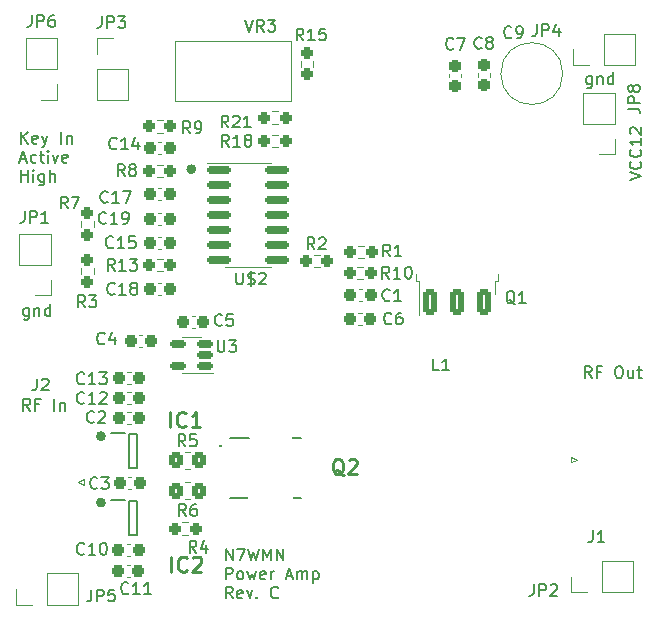
<source format=gto>
G04 #@! TF.GenerationSoftware,KiCad,Pcbnew,7.0.10*
G04 #@! TF.CreationDate,2024-04-22T16:42:47-07:00*
G04 #@! TF.ProjectId,powerAmp,706f7765-7241-46d7-902e-6b696361645f,rev?*
G04 #@! TF.SameCoordinates,Original*
G04 #@! TF.FileFunction,Legend,Top*
G04 #@! TF.FilePolarity,Positive*
%FSLAX46Y46*%
G04 Gerber Fmt 4.6, Leading zero omitted, Abs format (unit mm)*
G04 Created by KiCad (PCBNEW 7.0.10) date 2024-04-22 16:42:47*
%MOMM*%
%LPD*%
G01*
G04 APERTURE LIST*
G04 Aperture macros list*
%AMRoundRect*
0 Rectangle with rounded corners*
0 $1 Rounding radius*
0 $2 $3 $4 $5 $6 $7 $8 $9 X,Y pos of 4 corners*
0 Add a 4 corners polygon primitive as box body*
4,1,4,$2,$3,$4,$5,$6,$7,$8,$9,$2,$3,0*
0 Add four circle primitives for the rounded corners*
1,1,$1+$1,$2,$3*
1,1,$1+$1,$4,$5*
1,1,$1+$1,$6,$7*
1,1,$1+$1,$8,$9*
0 Add four rect primitives between the rounded corners*
20,1,$1+$1,$2,$3,$4,$5,0*
20,1,$1+$1,$4,$5,$6,$7,0*
20,1,$1+$1,$6,$7,$8,$9,0*
20,1,$1+$1,$8,$9,$2,$3,0*%
G04 Aperture macros list end*
%ADD10C,0.150000*%
%ADD11C,0.428553*%
%ADD12C,0.254000*%
%ADD13C,0.200000*%
%ADD14C,0.120000*%
%ADD15R,1.200000X0.600000*%
%ADD16RoundRect,0.237500X0.250000X0.237500X-0.250000X0.237500X-0.250000X-0.237500X0.250000X-0.237500X0*%
%ADD17RoundRect,0.250000X-0.350000X-0.450000X0.350000X-0.450000X0.350000X0.450000X-0.350000X0.450000X0*%
%ADD18RoundRect,0.250000X0.350000X-0.850000X0.350000X0.850000X-0.350000X0.850000X-0.350000X-0.850000X0*%
%ADD19RoundRect,0.249997X2.650003X-2.950003X2.650003X2.950003X-2.650003X2.950003X-2.650003X-2.950003X0*%
%ADD20C,3.000000*%
%ADD21RoundRect,0.237500X-0.300000X-0.237500X0.300000X-0.237500X0.300000X0.237500X-0.300000X0.237500X0*%
%ADD22RoundRect,0.150000X-0.825000X-0.150000X0.825000X-0.150000X0.825000X0.150000X-0.825000X0.150000X0*%
%ADD23R,1.700000X1.700000*%
%ADD24O,1.700000X1.700000*%
%ADD25RoundRect,0.237500X0.237500X-0.250000X0.237500X0.250000X-0.237500X0.250000X-0.237500X-0.250000X0*%
%ADD26RoundRect,0.237500X-0.250000X-0.237500X0.250000X-0.237500X0.250000X0.237500X-0.250000X0.237500X0*%
%ADD27C,1.600000*%
%ADD28RoundRect,0.237500X-0.237500X0.250000X-0.237500X-0.250000X0.237500X-0.250000X0.237500X0.250000X0*%
%ADD29R,5.080000X1.500000*%
%ADD30R,3.810000X1.650000*%
%ADD31R,0.710000X0.610000*%
%ADD32R,0.310000X0.255000*%
%ADD33R,1.270000X0.610000*%
%ADD34RoundRect,0.237500X-0.237500X0.300000X-0.237500X-0.300000X0.237500X-0.300000X0.237500X0.300000X0*%
%ADD35RoundRect,0.237500X0.300000X0.237500X-0.300000X0.237500X-0.300000X-0.237500X0.300000X-0.237500X0*%
%ADD36RoundRect,0.150000X0.512500X0.150000X-0.512500X0.150000X-0.512500X-0.150000X0.512500X-0.150000X0*%
%ADD37C,1.440000*%
G04 APERTURE END LIST*
D10*
X67500350Y-109148152D02*
X67500350Y-109957676D01*
X67500350Y-109957676D02*
X67452731Y-110052914D01*
X67452731Y-110052914D02*
X67405112Y-110100533D01*
X67405112Y-110100533D02*
X67309874Y-110148152D01*
X67309874Y-110148152D02*
X67167017Y-110148152D01*
X67167017Y-110148152D02*
X67071779Y-110100533D01*
X67500350Y-109767200D02*
X67405112Y-109814819D01*
X67405112Y-109814819D02*
X67214636Y-109814819D01*
X67214636Y-109814819D02*
X67119398Y-109767200D01*
X67119398Y-109767200D02*
X67071779Y-109719580D01*
X67071779Y-109719580D02*
X67024160Y-109624342D01*
X67024160Y-109624342D02*
X67024160Y-109338628D01*
X67024160Y-109338628D02*
X67071779Y-109243390D01*
X67071779Y-109243390D02*
X67119398Y-109195771D01*
X67119398Y-109195771D02*
X67214636Y-109148152D01*
X67214636Y-109148152D02*
X67405112Y-109148152D01*
X67405112Y-109148152D02*
X67500350Y-109195771D01*
X67976541Y-109148152D02*
X67976541Y-109814819D01*
X67976541Y-109243390D02*
X68024160Y-109195771D01*
X68024160Y-109195771D02*
X68119398Y-109148152D01*
X68119398Y-109148152D02*
X68262255Y-109148152D01*
X68262255Y-109148152D02*
X68357493Y-109195771D01*
X68357493Y-109195771D02*
X68405112Y-109291009D01*
X68405112Y-109291009D02*
X68405112Y-109814819D01*
X69309874Y-109814819D02*
X69309874Y-108814819D01*
X69309874Y-109767200D02*
X69214636Y-109814819D01*
X69214636Y-109814819D02*
X69024160Y-109814819D01*
X69024160Y-109814819D02*
X68928922Y-109767200D01*
X68928922Y-109767200D02*
X68881303Y-109719580D01*
X68881303Y-109719580D02*
X68833684Y-109624342D01*
X68833684Y-109624342D02*
X68833684Y-109338628D01*
X68833684Y-109338628D02*
X68881303Y-109243390D01*
X68881303Y-109243390D02*
X68928922Y-109195771D01*
X68928922Y-109195771D02*
X69024160Y-109148152D01*
X69024160Y-109148152D02*
X69214636Y-109148152D01*
X69214636Y-109148152D02*
X69309874Y-109195771D01*
D11*
X81469276Y-97405000D02*
G75*
G03*
X81040724Y-97405000I-214276J0D01*
G01*
X81040724Y-97405000D02*
G75*
G03*
X81469276Y-97405000I214276J0D01*
G01*
X73819276Y-125625000D02*
G75*
G03*
X73390724Y-125625000I-214276J0D01*
G01*
X73390724Y-125625000D02*
G75*
G03*
X73819276Y-125625000I214276J0D01*
G01*
X73819276Y-120005000D02*
G75*
G03*
X73390724Y-120005000I-214276J0D01*
G01*
X73390724Y-120005000D02*
G75*
G03*
X73819276Y-120005000I214276J0D01*
G01*
D10*
X115170350Y-89538152D02*
X115170350Y-90347676D01*
X115170350Y-90347676D02*
X115122731Y-90442914D01*
X115122731Y-90442914D02*
X115075112Y-90490533D01*
X115075112Y-90490533D02*
X114979874Y-90538152D01*
X114979874Y-90538152D02*
X114837017Y-90538152D01*
X114837017Y-90538152D02*
X114741779Y-90490533D01*
X115170350Y-90157200D02*
X115075112Y-90204819D01*
X115075112Y-90204819D02*
X114884636Y-90204819D01*
X114884636Y-90204819D02*
X114789398Y-90157200D01*
X114789398Y-90157200D02*
X114741779Y-90109580D01*
X114741779Y-90109580D02*
X114694160Y-90014342D01*
X114694160Y-90014342D02*
X114694160Y-89728628D01*
X114694160Y-89728628D02*
X114741779Y-89633390D01*
X114741779Y-89633390D02*
X114789398Y-89585771D01*
X114789398Y-89585771D02*
X114884636Y-89538152D01*
X114884636Y-89538152D02*
X115075112Y-89538152D01*
X115075112Y-89538152D02*
X115170350Y-89585771D01*
X115646541Y-89538152D02*
X115646541Y-90204819D01*
X115646541Y-89633390D02*
X115694160Y-89585771D01*
X115694160Y-89585771D02*
X115789398Y-89538152D01*
X115789398Y-89538152D02*
X115932255Y-89538152D01*
X115932255Y-89538152D02*
X116027493Y-89585771D01*
X116027493Y-89585771D02*
X116075112Y-89681009D01*
X116075112Y-89681009D02*
X116075112Y-90204819D01*
X116979874Y-90204819D02*
X116979874Y-89204819D01*
X116979874Y-90157200D02*
X116884636Y-90204819D01*
X116884636Y-90204819D02*
X116694160Y-90204819D01*
X116694160Y-90204819D02*
X116598922Y-90157200D01*
X116598922Y-90157200D02*
X116551303Y-90109580D01*
X116551303Y-90109580D02*
X116503684Y-90014342D01*
X116503684Y-90014342D02*
X116503684Y-89728628D01*
X116503684Y-89728628D02*
X116551303Y-89633390D01*
X116551303Y-89633390D02*
X116598922Y-89585771D01*
X116598922Y-89585771D02*
X116694160Y-89538152D01*
X116694160Y-89538152D02*
X116884636Y-89538152D01*
X116884636Y-89538152D02*
X116979874Y-89585771D01*
X118374819Y-98321077D02*
X119374819Y-97987744D01*
X119374819Y-97987744D02*
X118374819Y-97654411D01*
X119279580Y-96749649D02*
X119327200Y-96797268D01*
X119327200Y-96797268D02*
X119374819Y-96940125D01*
X119374819Y-96940125D02*
X119374819Y-97035363D01*
X119374819Y-97035363D02*
X119327200Y-97178220D01*
X119327200Y-97178220D02*
X119231961Y-97273458D01*
X119231961Y-97273458D02*
X119136723Y-97321077D01*
X119136723Y-97321077D02*
X118946247Y-97368696D01*
X118946247Y-97368696D02*
X118803390Y-97368696D01*
X118803390Y-97368696D02*
X118612914Y-97321077D01*
X118612914Y-97321077D02*
X118517676Y-97273458D01*
X118517676Y-97273458D02*
X118422438Y-97178220D01*
X118422438Y-97178220D02*
X118374819Y-97035363D01*
X118374819Y-97035363D02*
X118374819Y-96940125D01*
X118374819Y-96940125D02*
X118422438Y-96797268D01*
X118422438Y-96797268D02*
X118470057Y-96749649D01*
X119279580Y-95749649D02*
X119327200Y-95797268D01*
X119327200Y-95797268D02*
X119374819Y-95940125D01*
X119374819Y-95940125D02*
X119374819Y-96035363D01*
X119374819Y-96035363D02*
X119327200Y-96178220D01*
X119327200Y-96178220D02*
X119231961Y-96273458D01*
X119231961Y-96273458D02*
X119136723Y-96321077D01*
X119136723Y-96321077D02*
X118946247Y-96368696D01*
X118946247Y-96368696D02*
X118803390Y-96368696D01*
X118803390Y-96368696D02*
X118612914Y-96321077D01*
X118612914Y-96321077D02*
X118517676Y-96273458D01*
X118517676Y-96273458D02*
X118422438Y-96178220D01*
X118422438Y-96178220D02*
X118374819Y-96035363D01*
X118374819Y-96035363D02*
X118374819Y-95940125D01*
X118374819Y-95940125D02*
X118422438Y-95797268D01*
X118422438Y-95797268D02*
X118470057Y-95749649D01*
X119374819Y-94797268D02*
X119374819Y-95368696D01*
X119374819Y-95082982D02*
X118374819Y-95082982D01*
X118374819Y-95082982D02*
X118517676Y-95178220D01*
X118517676Y-95178220D02*
X118612914Y-95273458D01*
X118612914Y-95273458D02*
X118660533Y-95368696D01*
X118470057Y-94416315D02*
X118422438Y-94368696D01*
X118422438Y-94368696D02*
X118374819Y-94273458D01*
X118374819Y-94273458D02*
X118374819Y-94035363D01*
X118374819Y-94035363D02*
X118422438Y-93940125D01*
X118422438Y-93940125D02*
X118470057Y-93892506D01*
X118470057Y-93892506D02*
X118565295Y-93844887D01*
X118565295Y-93844887D02*
X118660533Y-93844887D01*
X118660533Y-93844887D02*
X118803390Y-93892506D01*
X118803390Y-93892506D02*
X119374819Y-94463934D01*
X119374819Y-94463934D02*
X119374819Y-93844887D01*
X115143207Y-115084819D02*
X114809874Y-114608628D01*
X114571779Y-115084819D02*
X114571779Y-114084819D01*
X114571779Y-114084819D02*
X114952731Y-114084819D01*
X114952731Y-114084819D02*
X115047969Y-114132438D01*
X115047969Y-114132438D02*
X115095588Y-114180057D01*
X115095588Y-114180057D02*
X115143207Y-114275295D01*
X115143207Y-114275295D02*
X115143207Y-114418152D01*
X115143207Y-114418152D02*
X115095588Y-114513390D01*
X115095588Y-114513390D02*
X115047969Y-114561009D01*
X115047969Y-114561009D02*
X114952731Y-114608628D01*
X114952731Y-114608628D02*
X114571779Y-114608628D01*
X115905112Y-114561009D02*
X115571779Y-114561009D01*
X115571779Y-115084819D02*
X115571779Y-114084819D01*
X115571779Y-114084819D02*
X116047969Y-114084819D01*
X117381303Y-114084819D02*
X117571779Y-114084819D01*
X117571779Y-114084819D02*
X117667017Y-114132438D01*
X117667017Y-114132438D02*
X117762255Y-114227676D01*
X117762255Y-114227676D02*
X117809874Y-114418152D01*
X117809874Y-114418152D02*
X117809874Y-114751485D01*
X117809874Y-114751485D02*
X117762255Y-114941961D01*
X117762255Y-114941961D02*
X117667017Y-115037200D01*
X117667017Y-115037200D02*
X117571779Y-115084819D01*
X117571779Y-115084819D02*
X117381303Y-115084819D01*
X117381303Y-115084819D02*
X117286065Y-115037200D01*
X117286065Y-115037200D02*
X117190827Y-114941961D01*
X117190827Y-114941961D02*
X117143208Y-114751485D01*
X117143208Y-114751485D02*
X117143208Y-114418152D01*
X117143208Y-114418152D02*
X117190827Y-114227676D01*
X117190827Y-114227676D02*
X117286065Y-114132438D01*
X117286065Y-114132438D02*
X117381303Y-114084819D01*
X118667017Y-114418152D02*
X118667017Y-115084819D01*
X118238446Y-114418152D02*
X118238446Y-114941961D01*
X118238446Y-114941961D02*
X118286065Y-115037200D01*
X118286065Y-115037200D02*
X118381303Y-115084819D01*
X118381303Y-115084819D02*
X118524160Y-115084819D01*
X118524160Y-115084819D02*
X118619398Y-115037200D01*
X118619398Y-115037200D02*
X118667017Y-114989580D01*
X119000351Y-114418152D02*
X119381303Y-114418152D01*
X119143208Y-114084819D02*
X119143208Y-114941961D01*
X119143208Y-114941961D02*
X119190827Y-115037200D01*
X119190827Y-115037200D02*
X119286065Y-115084819D01*
X119286065Y-115084819D02*
X119381303Y-115084819D01*
X67613207Y-117834819D02*
X67279874Y-117358628D01*
X67041779Y-117834819D02*
X67041779Y-116834819D01*
X67041779Y-116834819D02*
X67422731Y-116834819D01*
X67422731Y-116834819D02*
X67517969Y-116882438D01*
X67517969Y-116882438D02*
X67565588Y-116930057D01*
X67565588Y-116930057D02*
X67613207Y-117025295D01*
X67613207Y-117025295D02*
X67613207Y-117168152D01*
X67613207Y-117168152D02*
X67565588Y-117263390D01*
X67565588Y-117263390D02*
X67517969Y-117311009D01*
X67517969Y-117311009D02*
X67422731Y-117358628D01*
X67422731Y-117358628D02*
X67041779Y-117358628D01*
X68375112Y-117311009D02*
X68041779Y-117311009D01*
X68041779Y-117834819D02*
X68041779Y-116834819D01*
X68041779Y-116834819D02*
X68517969Y-116834819D01*
X69660827Y-117834819D02*
X69660827Y-116834819D01*
X70137017Y-117168152D02*
X70137017Y-117834819D01*
X70137017Y-117263390D02*
X70184636Y-117215771D01*
X70184636Y-117215771D02*
X70279874Y-117168152D01*
X70279874Y-117168152D02*
X70422731Y-117168152D01*
X70422731Y-117168152D02*
X70517969Y-117215771D01*
X70517969Y-117215771D02*
X70565588Y-117311009D01*
X70565588Y-117311009D02*
X70565588Y-117834819D01*
X66841779Y-95224819D02*
X66841779Y-94224819D01*
X67413207Y-95224819D02*
X66984636Y-94653390D01*
X67413207Y-94224819D02*
X66841779Y-94796247D01*
X68222731Y-95177200D02*
X68127493Y-95224819D01*
X68127493Y-95224819D02*
X67937017Y-95224819D01*
X67937017Y-95224819D02*
X67841779Y-95177200D01*
X67841779Y-95177200D02*
X67794160Y-95081961D01*
X67794160Y-95081961D02*
X67794160Y-94701009D01*
X67794160Y-94701009D02*
X67841779Y-94605771D01*
X67841779Y-94605771D02*
X67937017Y-94558152D01*
X67937017Y-94558152D02*
X68127493Y-94558152D01*
X68127493Y-94558152D02*
X68222731Y-94605771D01*
X68222731Y-94605771D02*
X68270350Y-94701009D01*
X68270350Y-94701009D02*
X68270350Y-94796247D01*
X68270350Y-94796247D02*
X67794160Y-94891485D01*
X68603684Y-94558152D02*
X68841779Y-95224819D01*
X69079874Y-94558152D02*
X68841779Y-95224819D01*
X68841779Y-95224819D02*
X68746541Y-95462914D01*
X68746541Y-95462914D02*
X68698922Y-95510533D01*
X68698922Y-95510533D02*
X68603684Y-95558152D01*
X70222732Y-95224819D02*
X70222732Y-94224819D01*
X70698922Y-94558152D02*
X70698922Y-95224819D01*
X70698922Y-94653390D02*
X70746541Y-94605771D01*
X70746541Y-94605771D02*
X70841779Y-94558152D01*
X70841779Y-94558152D02*
X70984636Y-94558152D01*
X70984636Y-94558152D02*
X71079874Y-94605771D01*
X71079874Y-94605771D02*
X71127493Y-94701009D01*
X71127493Y-94701009D02*
X71127493Y-95224819D01*
X66794160Y-96549104D02*
X67270350Y-96549104D01*
X66698922Y-96834819D02*
X67032255Y-95834819D01*
X67032255Y-95834819D02*
X67365588Y-96834819D01*
X68127493Y-96787200D02*
X68032255Y-96834819D01*
X68032255Y-96834819D02*
X67841779Y-96834819D01*
X67841779Y-96834819D02*
X67746541Y-96787200D01*
X67746541Y-96787200D02*
X67698922Y-96739580D01*
X67698922Y-96739580D02*
X67651303Y-96644342D01*
X67651303Y-96644342D02*
X67651303Y-96358628D01*
X67651303Y-96358628D02*
X67698922Y-96263390D01*
X67698922Y-96263390D02*
X67746541Y-96215771D01*
X67746541Y-96215771D02*
X67841779Y-96168152D01*
X67841779Y-96168152D02*
X68032255Y-96168152D01*
X68032255Y-96168152D02*
X68127493Y-96215771D01*
X68413208Y-96168152D02*
X68794160Y-96168152D01*
X68556065Y-95834819D02*
X68556065Y-96691961D01*
X68556065Y-96691961D02*
X68603684Y-96787200D01*
X68603684Y-96787200D02*
X68698922Y-96834819D01*
X68698922Y-96834819D02*
X68794160Y-96834819D01*
X69127494Y-96834819D02*
X69127494Y-96168152D01*
X69127494Y-95834819D02*
X69079875Y-95882438D01*
X69079875Y-95882438D02*
X69127494Y-95930057D01*
X69127494Y-95930057D02*
X69175113Y-95882438D01*
X69175113Y-95882438D02*
X69127494Y-95834819D01*
X69127494Y-95834819D02*
X69127494Y-95930057D01*
X69508446Y-96168152D02*
X69746541Y-96834819D01*
X69746541Y-96834819D02*
X69984636Y-96168152D01*
X70746541Y-96787200D02*
X70651303Y-96834819D01*
X70651303Y-96834819D02*
X70460827Y-96834819D01*
X70460827Y-96834819D02*
X70365589Y-96787200D01*
X70365589Y-96787200D02*
X70317970Y-96691961D01*
X70317970Y-96691961D02*
X70317970Y-96311009D01*
X70317970Y-96311009D02*
X70365589Y-96215771D01*
X70365589Y-96215771D02*
X70460827Y-96168152D01*
X70460827Y-96168152D02*
X70651303Y-96168152D01*
X70651303Y-96168152D02*
X70746541Y-96215771D01*
X70746541Y-96215771D02*
X70794160Y-96311009D01*
X70794160Y-96311009D02*
X70794160Y-96406247D01*
X70794160Y-96406247D02*
X70317970Y-96501485D01*
X66841779Y-98444819D02*
X66841779Y-97444819D01*
X66841779Y-97921009D02*
X67413207Y-97921009D01*
X67413207Y-98444819D02*
X67413207Y-97444819D01*
X67889398Y-98444819D02*
X67889398Y-97778152D01*
X67889398Y-97444819D02*
X67841779Y-97492438D01*
X67841779Y-97492438D02*
X67889398Y-97540057D01*
X67889398Y-97540057D02*
X67937017Y-97492438D01*
X67937017Y-97492438D02*
X67889398Y-97444819D01*
X67889398Y-97444819D02*
X67889398Y-97540057D01*
X68794159Y-97778152D02*
X68794159Y-98587676D01*
X68794159Y-98587676D02*
X68746540Y-98682914D01*
X68746540Y-98682914D02*
X68698921Y-98730533D01*
X68698921Y-98730533D02*
X68603683Y-98778152D01*
X68603683Y-98778152D02*
X68460826Y-98778152D01*
X68460826Y-98778152D02*
X68365588Y-98730533D01*
X68794159Y-98397200D02*
X68698921Y-98444819D01*
X68698921Y-98444819D02*
X68508445Y-98444819D01*
X68508445Y-98444819D02*
X68413207Y-98397200D01*
X68413207Y-98397200D02*
X68365588Y-98349580D01*
X68365588Y-98349580D02*
X68317969Y-98254342D01*
X68317969Y-98254342D02*
X68317969Y-97968628D01*
X68317969Y-97968628D02*
X68365588Y-97873390D01*
X68365588Y-97873390D02*
X68413207Y-97825771D01*
X68413207Y-97825771D02*
X68508445Y-97778152D01*
X68508445Y-97778152D02*
X68698921Y-97778152D01*
X68698921Y-97778152D02*
X68794159Y-97825771D01*
X69270350Y-98444819D02*
X69270350Y-97444819D01*
X69698921Y-98444819D02*
X69698921Y-97921009D01*
X69698921Y-97921009D02*
X69651302Y-97825771D01*
X69651302Y-97825771D02*
X69556064Y-97778152D01*
X69556064Y-97778152D02*
X69413207Y-97778152D01*
X69413207Y-97778152D02*
X69317969Y-97825771D01*
X69317969Y-97825771D02*
X69270350Y-97873390D01*
X84191779Y-130514819D02*
X84191779Y-129514819D01*
X84191779Y-129514819D02*
X84763207Y-130514819D01*
X84763207Y-130514819D02*
X84763207Y-129514819D01*
X85144160Y-129514819D02*
X85810826Y-129514819D01*
X85810826Y-129514819D02*
X85382255Y-130514819D01*
X86096541Y-129514819D02*
X86334636Y-130514819D01*
X86334636Y-130514819D02*
X86525112Y-129800533D01*
X86525112Y-129800533D02*
X86715588Y-130514819D01*
X86715588Y-130514819D02*
X86953684Y-129514819D01*
X87334636Y-130514819D02*
X87334636Y-129514819D01*
X87334636Y-129514819D02*
X87667969Y-130229104D01*
X87667969Y-130229104D02*
X88001302Y-129514819D01*
X88001302Y-129514819D02*
X88001302Y-130514819D01*
X88477493Y-130514819D02*
X88477493Y-129514819D01*
X88477493Y-129514819D02*
X89048921Y-130514819D01*
X89048921Y-130514819D02*
X89048921Y-129514819D01*
X84191779Y-132124819D02*
X84191779Y-131124819D01*
X84191779Y-131124819D02*
X84572731Y-131124819D01*
X84572731Y-131124819D02*
X84667969Y-131172438D01*
X84667969Y-131172438D02*
X84715588Y-131220057D01*
X84715588Y-131220057D02*
X84763207Y-131315295D01*
X84763207Y-131315295D02*
X84763207Y-131458152D01*
X84763207Y-131458152D02*
X84715588Y-131553390D01*
X84715588Y-131553390D02*
X84667969Y-131601009D01*
X84667969Y-131601009D02*
X84572731Y-131648628D01*
X84572731Y-131648628D02*
X84191779Y-131648628D01*
X85334636Y-132124819D02*
X85239398Y-132077200D01*
X85239398Y-132077200D02*
X85191779Y-132029580D01*
X85191779Y-132029580D02*
X85144160Y-131934342D01*
X85144160Y-131934342D02*
X85144160Y-131648628D01*
X85144160Y-131648628D02*
X85191779Y-131553390D01*
X85191779Y-131553390D02*
X85239398Y-131505771D01*
X85239398Y-131505771D02*
X85334636Y-131458152D01*
X85334636Y-131458152D02*
X85477493Y-131458152D01*
X85477493Y-131458152D02*
X85572731Y-131505771D01*
X85572731Y-131505771D02*
X85620350Y-131553390D01*
X85620350Y-131553390D02*
X85667969Y-131648628D01*
X85667969Y-131648628D02*
X85667969Y-131934342D01*
X85667969Y-131934342D02*
X85620350Y-132029580D01*
X85620350Y-132029580D02*
X85572731Y-132077200D01*
X85572731Y-132077200D02*
X85477493Y-132124819D01*
X85477493Y-132124819D02*
X85334636Y-132124819D01*
X86001303Y-131458152D02*
X86191779Y-132124819D01*
X86191779Y-132124819D02*
X86382255Y-131648628D01*
X86382255Y-131648628D02*
X86572731Y-132124819D01*
X86572731Y-132124819D02*
X86763207Y-131458152D01*
X87525112Y-132077200D02*
X87429874Y-132124819D01*
X87429874Y-132124819D02*
X87239398Y-132124819D01*
X87239398Y-132124819D02*
X87144160Y-132077200D01*
X87144160Y-132077200D02*
X87096541Y-131981961D01*
X87096541Y-131981961D02*
X87096541Y-131601009D01*
X87096541Y-131601009D02*
X87144160Y-131505771D01*
X87144160Y-131505771D02*
X87239398Y-131458152D01*
X87239398Y-131458152D02*
X87429874Y-131458152D01*
X87429874Y-131458152D02*
X87525112Y-131505771D01*
X87525112Y-131505771D02*
X87572731Y-131601009D01*
X87572731Y-131601009D02*
X87572731Y-131696247D01*
X87572731Y-131696247D02*
X87096541Y-131791485D01*
X88001303Y-132124819D02*
X88001303Y-131458152D01*
X88001303Y-131648628D02*
X88048922Y-131553390D01*
X88048922Y-131553390D02*
X88096541Y-131505771D01*
X88096541Y-131505771D02*
X88191779Y-131458152D01*
X88191779Y-131458152D02*
X88287017Y-131458152D01*
X89334637Y-131839104D02*
X89810827Y-131839104D01*
X89239399Y-132124819D02*
X89572732Y-131124819D01*
X89572732Y-131124819D02*
X89906065Y-132124819D01*
X90239399Y-132124819D02*
X90239399Y-131458152D01*
X90239399Y-131553390D02*
X90287018Y-131505771D01*
X90287018Y-131505771D02*
X90382256Y-131458152D01*
X90382256Y-131458152D02*
X90525113Y-131458152D01*
X90525113Y-131458152D02*
X90620351Y-131505771D01*
X90620351Y-131505771D02*
X90667970Y-131601009D01*
X90667970Y-131601009D02*
X90667970Y-132124819D01*
X90667970Y-131601009D02*
X90715589Y-131505771D01*
X90715589Y-131505771D02*
X90810827Y-131458152D01*
X90810827Y-131458152D02*
X90953684Y-131458152D01*
X90953684Y-131458152D02*
X91048923Y-131505771D01*
X91048923Y-131505771D02*
X91096542Y-131601009D01*
X91096542Y-131601009D02*
X91096542Y-132124819D01*
X91572732Y-131458152D02*
X91572732Y-132458152D01*
X91572732Y-131505771D02*
X91667970Y-131458152D01*
X91667970Y-131458152D02*
X91858446Y-131458152D01*
X91858446Y-131458152D02*
X91953684Y-131505771D01*
X91953684Y-131505771D02*
X92001303Y-131553390D01*
X92001303Y-131553390D02*
X92048922Y-131648628D01*
X92048922Y-131648628D02*
X92048922Y-131934342D01*
X92048922Y-131934342D02*
X92001303Y-132029580D01*
X92001303Y-132029580D02*
X91953684Y-132077200D01*
X91953684Y-132077200D02*
X91858446Y-132124819D01*
X91858446Y-132124819D02*
X91667970Y-132124819D01*
X91667970Y-132124819D02*
X91572732Y-132077200D01*
X84763207Y-133734819D02*
X84429874Y-133258628D01*
X84191779Y-133734819D02*
X84191779Y-132734819D01*
X84191779Y-132734819D02*
X84572731Y-132734819D01*
X84572731Y-132734819D02*
X84667969Y-132782438D01*
X84667969Y-132782438D02*
X84715588Y-132830057D01*
X84715588Y-132830057D02*
X84763207Y-132925295D01*
X84763207Y-132925295D02*
X84763207Y-133068152D01*
X84763207Y-133068152D02*
X84715588Y-133163390D01*
X84715588Y-133163390D02*
X84667969Y-133211009D01*
X84667969Y-133211009D02*
X84572731Y-133258628D01*
X84572731Y-133258628D02*
X84191779Y-133258628D01*
X85572731Y-133687200D02*
X85477493Y-133734819D01*
X85477493Y-133734819D02*
X85287017Y-133734819D01*
X85287017Y-133734819D02*
X85191779Y-133687200D01*
X85191779Y-133687200D02*
X85144160Y-133591961D01*
X85144160Y-133591961D02*
X85144160Y-133211009D01*
X85144160Y-133211009D02*
X85191779Y-133115771D01*
X85191779Y-133115771D02*
X85287017Y-133068152D01*
X85287017Y-133068152D02*
X85477493Y-133068152D01*
X85477493Y-133068152D02*
X85572731Y-133115771D01*
X85572731Y-133115771D02*
X85620350Y-133211009D01*
X85620350Y-133211009D02*
X85620350Y-133306247D01*
X85620350Y-133306247D02*
X85144160Y-133401485D01*
X85953684Y-133068152D02*
X86191779Y-133734819D01*
X86191779Y-133734819D02*
X86429874Y-133068152D01*
X86810827Y-133639580D02*
X86858446Y-133687200D01*
X86858446Y-133687200D02*
X86810827Y-133734819D01*
X86810827Y-133734819D02*
X86763208Y-133687200D01*
X86763208Y-133687200D02*
X86810827Y-133639580D01*
X86810827Y-133639580D02*
X86810827Y-133734819D01*
X88620350Y-133639580D02*
X88572731Y-133687200D01*
X88572731Y-133687200D02*
X88429874Y-133734819D01*
X88429874Y-133734819D02*
X88334636Y-133734819D01*
X88334636Y-133734819D02*
X88191779Y-133687200D01*
X88191779Y-133687200D02*
X88096541Y-133591961D01*
X88096541Y-133591961D02*
X88048922Y-133496723D01*
X88048922Y-133496723D02*
X88001303Y-133306247D01*
X88001303Y-133306247D02*
X88001303Y-133163390D01*
X88001303Y-133163390D02*
X88048922Y-132972914D01*
X88048922Y-132972914D02*
X88096541Y-132877676D01*
X88096541Y-132877676D02*
X88191779Y-132782438D01*
X88191779Y-132782438D02*
X88334636Y-132734819D01*
X88334636Y-132734819D02*
X88429874Y-132734819D01*
X88429874Y-132734819D02*
X88572731Y-132782438D01*
X88572731Y-132782438D02*
X88620350Y-132830057D01*
D12*
X79565237Y-131479318D02*
X79565237Y-130209318D01*
X80895714Y-131358365D02*
X80835238Y-131418842D01*
X80835238Y-131418842D02*
X80653809Y-131479318D01*
X80653809Y-131479318D02*
X80532857Y-131479318D01*
X80532857Y-131479318D02*
X80351428Y-131418842D01*
X80351428Y-131418842D02*
X80230476Y-131297889D01*
X80230476Y-131297889D02*
X80169999Y-131176937D01*
X80169999Y-131176937D02*
X80109523Y-130935032D01*
X80109523Y-130935032D02*
X80109523Y-130753603D01*
X80109523Y-130753603D02*
X80169999Y-130511699D01*
X80169999Y-130511699D02*
X80230476Y-130390746D01*
X80230476Y-130390746D02*
X80351428Y-130269794D01*
X80351428Y-130269794D02*
X80532857Y-130209318D01*
X80532857Y-130209318D02*
X80653809Y-130209318D01*
X80653809Y-130209318D02*
X80835238Y-130269794D01*
X80835238Y-130269794D02*
X80895714Y-130330270D01*
X81379523Y-130330270D02*
X81439999Y-130269794D01*
X81439999Y-130269794D02*
X81560952Y-130209318D01*
X81560952Y-130209318D02*
X81863333Y-130209318D01*
X81863333Y-130209318D02*
X81984285Y-130269794D01*
X81984285Y-130269794D02*
X82044761Y-130330270D01*
X82044761Y-130330270D02*
X82105238Y-130451222D01*
X82105238Y-130451222D02*
X82105238Y-130572175D01*
X82105238Y-130572175D02*
X82044761Y-130753603D01*
X82044761Y-130753603D02*
X81319047Y-131479318D01*
X81319047Y-131479318D02*
X82105238Y-131479318D01*
X79465237Y-119229318D02*
X79465237Y-117959318D01*
X80795714Y-119108365D02*
X80735238Y-119168842D01*
X80735238Y-119168842D02*
X80553809Y-119229318D01*
X80553809Y-119229318D02*
X80432857Y-119229318D01*
X80432857Y-119229318D02*
X80251428Y-119168842D01*
X80251428Y-119168842D02*
X80130476Y-119047889D01*
X80130476Y-119047889D02*
X80069999Y-118926937D01*
X80069999Y-118926937D02*
X80009523Y-118685032D01*
X80009523Y-118685032D02*
X80009523Y-118503603D01*
X80009523Y-118503603D02*
X80069999Y-118261699D01*
X80069999Y-118261699D02*
X80130476Y-118140746D01*
X80130476Y-118140746D02*
X80251428Y-118019794D01*
X80251428Y-118019794D02*
X80432857Y-117959318D01*
X80432857Y-117959318D02*
X80553809Y-117959318D01*
X80553809Y-117959318D02*
X80735238Y-118019794D01*
X80735238Y-118019794D02*
X80795714Y-118080270D01*
X82005238Y-119229318D02*
X81279523Y-119229318D01*
X81642380Y-119229318D02*
X81642380Y-117959318D01*
X81642380Y-117959318D02*
X81521428Y-118140746D01*
X81521428Y-118140746D02*
X81400476Y-118261699D01*
X81400476Y-118261699D02*
X81279523Y-118322175D01*
D10*
X98012142Y-106659819D02*
X97678809Y-106183628D01*
X97440714Y-106659819D02*
X97440714Y-105659819D01*
X97440714Y-105659819D02*
X97821666Y-105659819D01*
X97821666Y-105659819D02*
X97916904Y-105707438D01*
X97916904Y-105707438D02*
X97964523Y-105755057D01*
X97964523Y-105755057D02*
X98012142Y-105850295D01*
X98012142Y-105850295D02*
X98012142Y-105993152D01*
X98012142Y-105993152D02*
X97964523Y-106088390D01*
X97964523Y-106088390D02*
X97916904Y-106136009D01*
X97916904Y-106136009D02*
X97821666Y-106183628D01*
X97821666Y-106183628D02*
X97440714Y-106183628D01*
X98964523Y-106659819D02*
X98393095Y-106659819D01*
X98678809Y-106659819D02*
X98678809Y-105659819D01*
X98678809Y-105659819D02*
X98583571Y-105802676D01*
X98583571Y-105802676D02*
X98488333Y-105897914D01*
X98488333Y-105897914D02*
X98393095Y-105945533D01*
X99583571Y-105659819D02*
X99678809Y-105659819D01*
X99678809Y-105659819D02*
X99774047Y-105707438D01*
X99774047Y-105707438D02*
X99821666Y-105755057D01*
X99821666Y-105755057D02*
X99869285Y-105850295D01*
X99869285Y-105850295D02*
X99916904Y-106040771D01*
X99916904Y-106040771D02*
X99916904Y-106278866D01*
X99916904Y-106278866D02*
X99869285Y-106469342D01*
X99869285Y-106469342D02*
X99821666Y-106564580D01*
X99821666Y-106564580D02*
X99774047Y-106612200D01*
X99774047Y-106612200D02*
X99678809Y-106659819D01*
X99678809Y-106659819D02*
X99583571Y-106659819D01*
X99583571Y-106659819D02*
X99488333Y-106612200D01*
X99488333Y-106612200D02*
X99440714Y-106564580D01*
X99440714Y-106564580D02*
X99393095Y-106469342D01*
X99393095Y-106469342D02*
X99345476Y-106278866D01*
X99345476Y-106278866D02*
X99345476Y-106040771D01*
X99345476Y-106040771D02*
X99393095Y-105850295D01*
X99393095Y-105850295D02*
X99440714Y-105755057D01*
X99440714Y-105755057D02*
X99488333Y-105707438D01*
X99488333Y-105707438D02*
X99583571Y-105659819D01*
X80808333Y-126759819D02*
X80475000Y-126283628D01*
X80236905Y-126759819D02*
X80236905Y-125759819D01*
X80236905Y-125759819D02*
X80617857Y-125759819D01*
X80617857Y-125759819D02*
X80713095Y-125807438D01*
X80713095Y-125807438D02*
X80760714Y-125855057D01*
X80760714Y-125855057D02*
X80808333Y-125950295D01*
X80808333Y-125950295D02*
X80808333Y-126093152D01*
X80808333Y-126093152D02*
X80760714Y-126188390D01*
X80760714Y-126188390D02*
X80713095Y-126236009D01*
X80713095Y-126236009D02*
X80617857Y-126283628D01*
X80617857Y-126283628D02*
X80236905Y-126283628D01*
X81665476Y-125759819D02*
X81475000Y-125759819D01*
X81475000Y-125759819D02*
X81379762Y-125807438D01*
X81379762Y-125807438D02*
X81332143Y-125855057D01*
X81332143Y-125855057D02*
X81236905Y-125997914D01*
X81236905Y-125997914D02*
X81189286Y-126188390D01*
X81189286Y-126188390D02*
X81189286Y-126569342D01*
X81189286Y-126569342D02*
X81236905Y-126664580D01*
X81236905Y-126664580D02*
X81284524Y-126712200D01*
X81284524Y-126712200D02*
X81379762Y-126759819D01*
X81379762Y-126759819D02*
X81570238Y-126759819D01*
X81570238Y-126759819D02*
X81665476Y-126712200D01*
X81665476Y-126712200D02*
X81713095Y-126664580D01*
X81713095Y-126664580D02*
X81760714Y-126569342D01*
X81760714Y-126569342D02*
X81760714Y-126331247D01*
X81760714Y-126331247D02*
X81713095Y-126236009D01*
X81713095Y-126236009D02*
X81665476Y-126188390D01*
X81665476Y-126188390D02*
X81570238Y-126140771D01*
X81570238Y-126140771D02*
X81379762Y-126140771D01*
X81379762Y-126140771D02*
X81284524Y-126188390D01*
X81284524Y-126188390D02*
X81236905Y-126236009D01*
X81236905Y-126236009D02*
X81189286Y-126331247D01*
X80758333Y-120859819D02*
X80425000Y-120383628D01*
X80186905Y-120859819D02*
X80186905Y-119859819D01*
X80186905Y-119859819D02*
X80567857Y-119859819D01*
X80567857Y-119859819D02*
X80663095Y-119907438D01*
X80663095Y-119907438D02*
X80710714Y-119955057D01*
X80710714Y-119955057D02*
X80758333Y-120050295D01*
X80758333Y-120050295D02*
X80758333Y-120193152D01*
X80758333Y-120193152D02*
X80710714Y-120288390D01*
X80710714Y-120288390D02*
X80663095Y-120336009D01*
X80663095Y-120336009D02*
X80567857Y-120383628D01*
X80567857Y-120383628D02*
X80186905Y-120383628D01*
X81663095Y-119859819D02*
X81186905Y-119859819D01*
X81186905Y-119859819D02*
X81139286Y-120336009D01*
X81139286Y-120336009D02*
X81186905Y-120288390D01*
X81186905Y-120288390D02*
X81282143Y-120240771D01*
X81282143Y-120240771D02*
X81520238Y-120240771D01*
X81520238Y-120240771D02*
X81615476Y-120288390D01*
X81615476Y-120288390D02*
X81663095Y-120336009D01*
X81663095Y-120336009D02*
X81710714Y-120431247D01*
X81710714Y-120431247D02*
X81710714Y-120669342D01*
X81710714Y-120669342D02*
X81663095Y-120764580D01*
X81663095Y-120764580D02*
X81615476Y-120812200D01*
X81615476Y-120812200D02*
X81520238Y-120859819D01*
X81520238Y-120859819D02*
X81282143Y-120859819D01*
X81282143Y-120859819D02*
X81186905Y-120812200D01*
X81186905Y-120812200D02*
X81139286Y-120764580D01*
X91688333Y-104179819D02*
X91355000Y-103703628D01*
X91116905Y-104179819D02*
X91116905Y-103179819D01*
X91116905Y-103179819D02*
X91497857Y-103179819D01*
X91497857Y-103179819D02*
X91593095Y-103227438D01*
X91593095Y-103227438D02*
X91640714Y-103275057D01*
X91640714Y-103275057D02*
X91688333Y-103370295D01*
X91688333Y-103370295D02*
X91688333Y-103513152D01*
X91688333Y-103513152D02*
X91640714Y-103608390D01*
X91640714Y-103608390D02*
X91593095Y-103656009D01*
X91593095Y-103656009D02*
X91497857Y-103703628D01*
X91497857Y-103703628D02*
X91116905Y-103703628D01*
X92069286Y-103275057D02*
X92116905Y-103227438D01*
X92116905Y-103227438D02*
X92212143Y-103179819D01*
X92212143Y-103179819D02*
X92450238Y-103179819D01*
X92450238Y-103179819D02*
X92545476Y-103227438D01*
X92545476Y-103227438D02*
X92593095Y-103275057D01*
X92593095Y-103275057D02*
X92640714Y-103370295D01*
X92640714Y-103370295D02*
X92640714Y-103465533D01*
X92640714Y-103465533D02*
X92593095Y-103608390D01*
X92593095Y-103608390D02*
X92021667Y-104179819D01*
X92021667Y-104179819D02*
X92640714Y-104179819D01*
X108669761Y-108835057D02*
X108574523Y-108787438D01*
X108574523Y-108787438D02*
X108479285Y-108692200D01*
X108479285Y-108692200D02*
X108336428Y-108549342D01*
X108336428Y-108549342D02*
X108241190Y-108501723D01*
X108241190Y-108501723D02*
X108145952Y-108501723D01*
X108193571Y-108739819D02*
X108098333Y-108692200D01*
X108098333Y-108692200D02*
X108003095Y-108596961D01*
X108003095Y-108596961D02*
X107955476Y-108406485D01*
X107955476Y-108406485D02*
X107955476Y-108073152D01*
X107955476Y-108073152D02*
X108003095Y-107882676D01*
X108003095Y-107882676D02*
X108098333Y-107787438D01*
X108098333Y-107787438D02*
X108193571Y-107739819D01*
X108193571Y-107739819D02*
X108384047Y-107739819D01*
X108384047Y-107739819D02*
X108479285Y-107787438D01*
X108479285Y-107787438D02*
X108574523Y-107882676D01*
X108574523Y-107882676D02*
X108622142Y-108073152D01*
X108622142Y-108073152D02*
X108622142Y-108406485D01*
X108622142Y-108406485D02*
X108574523Y-108596961D01*
X108574523Y-108596961D02*
X108479285Y-108692200D01*
X108479285Y-108692200D02*
X108384047Y-108739819D01*
X108384047Y-108739819D02*
X108193571Y-108739819D01*
X109574523Y-108739819D02*
X109003095Y-108739819D01*
X109288809Y-108739819D02*
X109288809Y-107739819D01*
X109288809Y-107739819D02*
X109193571Y-107882676D01*
X109193571Y-107882676D02*
X109098333Y-107977914D01*
X109098333Y-107977914D02*
X109003095Y-108025533D01*
X102233333Y-114434819D02*
X101757143Y-114434819D01*
X101757143Y-114434819D02*
X101757143Y-113434819D01*
X103090476Y-114434819D02*
X102519048Y-114434819D01*
X102804762Y-114434819D02*
X102804762Y-113434819D01*
X102804762Y-113434819D02*
X102709524Y-113577676D01*
X102709524Y-113577676D02*
X102614286Y-113672914D01*
X102614286Y-113672914D02*
X102519048Y-113720533D01*
X72187142Y-115514580D02*
X72139523Y-115562200D01*
X72139523Y-115562200D02*
X71996666Y-115609819D01*
X71996666Y-115609819D02*
X71901428Y-115609819D01*
X71901428Y-115609819D02*
X71758571Y-115562200D01*
X71758571Y-115562200D02*
X71663333Y-115466961D01*
X71663333Y-115466961D02*
X71615714Y-115371723D01*
X71615714Y-115371723D02*
X71568095Y-115181247D01*
X71568095Y-115181247D02*
X71568095Y-115038390D01*
X71568095Y-115038390D02*
X71615714Y-114847914D01*
X71615714Y-114847914D02*
X71663333Y-114752676D01*
X71663333Y-114752676D02*
X71758571Y-114657438D01*
X71758571Y-114657438D02*
X71901428Y-114609819D01*
X71901428Y-114609819D02*
X71996666Y-114609819D01*
X71996666Y-114609819D02*
X72139523Y-114657438D01*
X72139523Y-114657438D02*
X72187142Y-114705057D01*
X73139523Y-115609819D02*
X72568095Y-115609819D01*
X72853809Y-115609819D02*
X72853809Y-114609819D01*
X72853809Y-114609819D02*
X72758571Y-114752676D01*
X72758571Y-114752676D02*
X72663333Y-114847914D01*
X72663333Y-114847914D02*
X72568095Y-114895533D01*
X73472857Y-114609819D02*
X74091904Y-114609819D01*
X74091904Y-114609819D02*
X73758571Y-114990771D01*
X73758571Y-114990771D02*
X73901428Y-114990771D01*
X73901428Y-114990771D02*
X73996666Y-115038390D01*
X73996666Y-115038390D02*
X74044285Y-115086009D01*
X74044285Y-115086009D02*
X74091904Y-115181247D01*
X74091904Y-115181247D02*
X74091904Y-115419342D01*
X74091904Y-115419342D02*
X74044285Y-115514580D01*
X74044285Y-115514580D02*
X73996666Y-115562200D01*
X73996666Y-115562200D02*
X73901428Y-115609819D01*
X73901428Y-115609819D02*
X73615714Y-115609819D01*
X73615714Y-115609819D02*
X73520476Y-115562200D01*
X73520476Y-115562200D02*
X73472857Y-115514580D01*
X72187142Y-117164580D02*
X72139523Y-117212200D01*
X72139523Y-117212200D02*
X71996666Y-117259819D01*
X71996666Y-117259819D02*
X71901428Y-117259819D01*
X71901428Y-117259819D02*
X71758571Y-117212200D01*
X71758571Y-117212200D02*
X71663333Y-117116961D01*
X71663333Y-117116961D02*
X71615714Y-117021723D01*
X71615714Y-117021723D02*
X71568095Y-116831247D01*
X71568095Y-116831247D02*
X71568095Y-116688390D01*
X71568095Y-116688390D02*
X71615714Y-116497914D01*
X71615714Y-116497914D02*
X71663333Y-116402676D01*
X71663333Y-116402676D02*
X71758571Y-116307438D01*
X71758571Y-116307438D02*
X71901428Y-116259819D01*
X71901428Y-116259819D02*
X71996666Y-116259819D01*
X71996666Y-116259819D02*
X72139523Y-116307438D01*
X72139523Y-116307438D02*
X72187142Y-116355057D01*
X73139523Y-117259819D02*
X72568095Y-117259819D01*
X72853809Y-117259819D02*
X72853809Y-116259819D01*
X72853809Y-116259819D02*
X72758571Y-116402676D01*
X72758571Y-116402676D02*
X72663333Y-116497914D01*
X72663333Y-116497914D02*
X72568095Y-116545533D01*
X73520476Y-116355057D02*
X73568095Y-116307438D01*
X73568095Y-116307438D02*
X73663333Y-116259819D01*
X73663333Y-116259819D02*
X73901428Y-116259819D01*
X73901428Y-116259819D02*
X73996666Y-116307438D01*
X73996666Y-116307438D02*
X74044285Y-116355057D01*
X74044285Y-116355057D02*
X74091904Y-116450295D01*
X74091904Y-116450295D02*
X74091904Y-116545533D01*
X74091904Y-116545533D02*
X74044285Y-116688390D01*
X74044285Y-116688390D02*
X73472857Y-117259819D01*
X73472857Y-117259819D02*
X74091904Y-117259819D01*
X75932142Y-133284580D02*
X75884523Y-133332200D01*
X75884523Y-133332200D02*
X75741666Y-133379819D01*
X75741666Y-133379819D02*
X75646428Y-133379819D01*
X75646428Y-133379819D02*
X75503571Y-133332200D01*
X75503571Y-133332200D02*
X75408333Y-133236961D01*
X75408333Y-133236961D02*
X75360714Y-133141723D01*
X75360714Y-133141723D02*
X75313095Y-132951247D01*
X75313095Y-132951247D02*
X75313095Y-132808390D01*
X75313095Y-132808390D02*
X75360714Y-132617914D01*
X75360714Y-132617914D02*
X75408333Y-132522676D01*
X75408333Y-132522676D02*
X75503571Y-132427438D01*
X75503571Y-132427438D02*
X75646428Y-132379819D01*
X75646428Y-132379819D02*
X75741666Y-132379819D01*
X75741666Y-132379819D02*
X75884523Y-132427438D01*
X75884523Y-132427438D02*
X75932142Y-132475057D01*
X76884523Y-133379819D02*
X76313095Y-133379819D01*
X76598809Y-133379819D02*
X76598809Y-132379819D01*
X76598809Y-132379819D02*
X76503571Y-132522676D01*
X76503571Y-132522676D02*
X76408333Y-132617914D01*
X76408333Y-132617914D02*
X76313095Y-132665533D01*
X77836904Y-133379819D02*
X77265476Y-133379819D01*
X77551190Y-133379819D02*
X77551190Y-132379819D01*
X77551190Y-132379819D02*
X77455952Y-132522676D01*
X77455952Y-132522676D02*
X77360714Y-132617914D01*
X77360714Y-132617914D02*
X77265476Y-132665533D01*
X72187142Y-129939580D02*
X72139523Y-129987200D01*
X72139523Y-129987200D02*
X71996666Y-130034819D01*
X71996666Y-130034819D02*
X71901428Y-130034819D01*
X71901428Y-130034819D02*
X71758571Y-129987200D01*
X71758571Y-129987200D02*
X71663333Y-129891961D01*
X71663333Y-129891961D02*
X71615714Y-129796723D01*
X71615714Y-129796723D02*
X71568095Y-129606247D01*
X71568095Y-129606247D02*
X71568095Y-129463390D01*
X71568095Y-129463390D02*
X71615714Y-129272914D01*
X71615714Y-129272914D02*
X71663333Y-129177676D01*
X71663333Y-129177676D02*
X71758571Y-129082438D01*
X71758571Y-129082438D02*
X71901428Y-129034819D01*
X71901428Y-129034819D02*
X71996666Y-129034819D01*
X71996666Y-129034819D02*
X72139523Y-129082438D01*
X72139523Y-129082438D02*
X72187142Y-129130057D01*
X73139523Y-130034819D02*
X72568095Y-130034819D01*
X72853809Y-130034819D02*
X72853809Y-129034819D01*
X72853809Y-129034819D02*
X72758571Y-129177676D01*
X72758571Y-129177676D02*
X72663333Y-129272914D01*
X72663333Y-129272914D02*
X72568095Y-129320533D01*
X73758571Y-129034819D02*
X73853809Y-129034819D01*
X73853809Y-129034819D02*
X73949047Y-129082438D01*
X73949047Y-129082438D02*
X73996666Y-129130057D01*
X73996666Y-129130057D02*
X74044285Y-129225295D01*
X74044285Y-129225295D02*
X74091904Y-129415771D01*
X74091904Y-129415771D02*
X74091904Y-129653866D01*
X74091904Y-129653866D02*
X74044285Y-129844342D01*
X74044285Y-129844342D02*
X73996666Y-129939580D01*
X73996666Y-129939580D02*
X73949047Y-129987200D01*
X73949047Y-129987200D02*
X73853809Y-130034819D01*
X73853809Y-130034819D02*
X73758571Y-130034819D01*
X73758571Y-130034819D02*
X73663333Y-129987200D01*
X73663333Y-129987200D02*
X73615714Y-129939580D01*
X73615714Y-129939580D02*
X73568095Y-129844342D01*
X73568095Y-129844342D02*
X73520476Y-129653866D01*
X73520476Y-129653866D02*
X73520476Y-129415771D01*
X73520476Y-129415771D02*
X73568095Y-129225295D01*
X73568095Y-129225295D02*
X73615714Y-129130057D01*
X73615714Y-129130057D02*
X73663333Y-129082438D01*
X73663333Y-129082438D02*
X73758571Y-129034819D01*
X85056905Y-106149819D02*
X85056905Y-106959342D01*
X85056905Y-106959342D02*
X85104524Y-107054580D01*
X85104524Y-107054580D02*
X85152143Y-107102200D01*
X85152143Y-107102200D02*
X85247381Y-107149819D01*
X85247381Y-107149819D02*
X85437857Y-107149819D01*
X85437857Y-107149819D02*
X85533095Y-107102200D01*
X85533095Y-107102200D02*
X85580714Y-107054580D01*
X85580714Y-107054580D02*
X85628333Y-106959342D01*
X85628333Y-106959342D02*
X85628333Y-106149819D01*
X86056905Y-107102200D02*
X86199762Y-107149819D01*
X86199762Y-107149819D02*
X86437857Y-107149819D01*
X86437857Y-107149819D02*
X86533095Y-107102200D01*
X86533095Y-107102200D02*
X86580714Y-107054580D01*
X86580714Y-107054580D02*
X86628333Y-106959342D01*
X86628333Y-106959342D02*
X86628333Y-106864104D01*
X86628333Y-106864104D02*
X86580714Y-106768866D01*
X86580714Y-106768866D02*
X86533095Y-106721247D01*
X86533095Y-106721247D02*
X86437857Y-106673628D01*
X86437857Y-106673628D02*
X86247381Y-106626009D01*
X86247381Y-106626009D02*
X86152143Y-106578390D01*
X86152143Y-106578390D02*
X86104524Y-106530771D01*
X86104524Y-106530771D02*
X86056905Y-106435533D01*
X86056905Y-106435533D02*
X86056905Y-106340295D01*
X86056905Y-106340295D02*
X86104524Y-106245057D01*
X86104524Y-106245057D02*
X86152143Y-106197438D01*
X86152143Y-106197438D02*
X86247381Y-106149819D01*
X86247381Y-106149819D02*
X86485476Y-106149819D01*
X86485476Y-106149819D02*
X86628333Y-106197438D01*
X86342619Y-106006961D02*
X86342619Y-107292676D01*
X87009286Y-106245057D02*
X87056905Y-106197438D01*
X87056905Y-106197438D02*
X87152143Y-106149819D01*
X87152143Y-106149819D02*
X87390238Y-106149819D01*
X87390238Y-106149819D02*
X87485476Y-106197438D01*
X87485476Y-106197438D02*
X87533095Y-106245057D01*
X87533095Y-106245057D02*
X87580714Y-106340295D01*
X87580714Y-106340295D02*
X87580714Y-106435533D01*
X87580714Y-106435533D02*
X87533095Y-106578390D01*
X87533095Y-106578390D02*
X86961667Y-107149819D01*
X86961667Y-107149819D02*
X87580714Y-107149819D01*
X98198333Y-110444580D02*
X98150714Y-110492200D01*
X98150714Y-110492200D02*
X98007857Y-110539819D01*
X98007857Y-110539819D02*
X97912619Y-110539819D01*
X97912619Y-110539819D02*
X97769762Y-110492200D01*
X97769762Y-110492200D02*
X97674524Y-110396961D01*
X97674524Y-110396961D02*
X97626905Y-110301723D01*
X97626905Y-110301723D02*
X97579286Y-110111247D01*
X97579286Y-110111247D02*
X97579286Y-109968390D01*
X97579286Y-109968390D02*
X97626905Y-109777914D01*
X97626905Y-109777914D02*
X97674524Y-109682676D01*
X97674524Y-109682676D02*
X97769762Y-109587438D01*
X97769762Y-109587438D02*
X97912619Y-109539819D01*
X97912619Y-109539819D02*
X98007857Y-109539819D01*
X98007857Y-109539819D02*
X98150714Y-109587438D01*
X98150714Y-109587438D02*
X98198333Y-109635057D01*
X99055476Y-109539819D02*
X98865000Y-109539819D01*
X98865000Y-109539819D02*
X98769762Y-109587438D01*
X98769762Y-109587438D02*
X98722143Y-109635057D01*
X98722143Y-109635057D02*
X98626905Y-109777914D01*
X98626905Y-109777914D02*
X98579286Y-109968390D01*
X98579286Y-109968390D02*
X98579286Y-110349342D01*
X98579286Y-110349342D02*
X98626905Y-110444580D01*
X98626905Y-110444580D02*
X98674524Y-110492200D01*
X98674524Y-110492200D02*
X98769762Y-110539819D01*
X98769762Y-110539819D02*
X98960238Y-110539819D01*
X98960238Y-110539819D02*
X99055476Y-110492200D01*
X99055476Y-110492200D02*
X99103095Y-110444580D01*
X99103095Y-110444580D02*
X99150714Y-110349342D01*
X99150714Y-110349342D02*
X99150714Y-110111247D01*
X99150714Y-110111247D02*
X99103095Y-110016009D01*
X99103095Y-110016009D02*
X99055476Y-109968390D01*
X99055476Y-109968390D02*
X98960238Y-109920771D01*
X98960238Y-109920771D02*
X98769762Y-109920771D01*
X98769762Y-109920771D02*
X98674524Y-109968390D01*
X98674524Y-109968390D02*
X98626905Y-110016009D01*
X98626905Y-110016009D02*
X98579286Y-110111247D01*
X67731666Y-84344819D02*
X67731666Y-85059104D01*
X67731666Y-85059104D02*
X67684047Y-85201961D01*
X67684047Y-85201961D02*
X67588809Y-85297200D01*
X67588809Y-85297200D02*
X67445952Y-85344819D01*
X67445952Y-85344819D02*
X67350714Y-85344819D01*
X68207857Y-85344819D02*
X68207857Y-84344819D01*
X68207857Y-84344819D02*
X68588809Y-84344819D01*
X68588809Y-84344819D02*
X68684047Y-84392438D01*
X68684047Y-84392438D02*
X68731666Y-84440057D01*
X68731666Y-84440057D02*
X68779285Y-84535295D01*
X68779285Y-84535295D02*
X68779285Y-84678152D01*
X68779285Y-84678152D02*
X68731666Y-84773390D01*
X68731666Y-84773390D02*
X68684047Y-84821009D01*
X68684047Y-84821009D02*
X68588809Y-84868628D01*
X68588809Y-84868628D02*
X68207857Y-84868628D01*
X69636428Y-84344819D02*
X69445952Y-84344819D01*
X69445952Y-84344819D02*
X69350714Y-84392438D01*
X69350714Y-84392438D02*
X69303095Y-84440057D01*
X69303095Y-84440057D02*
X69207857Y-84582914D01*
X69207857Y-84582914D02*
X69160238Y-84773390D01*
X69160238Y-84773390D02*
X69160238Y-85154342D01*
X69160238Y-85154342D02*
X69207857Y-85249580D01*
X69207857Y-85249580D02*
X69255476Y-85297200D01*
X69255476Y-85297200D02*
X69350714Y-85344819D01*
X69350714Y-85344819D02*
X69541190Y-85344819D01*
X69541190Y-85344819D02*
X69636428Y-85297200D01*
X69636428Y-85297200D02*
X69684047Y-85249580D01*
X69684047Y-85249580D02*
X69731666Y-85154342D01*
X69731666Y-85154342D02*
X69731666Y-84916247D01*
X69731666Y-84916247D02*
X69684047Y-84821009D01*
X69684047Y-84821009D02*
X69636428Y-84773390D01*
X69636428Y-84773390D02*
X69541190Y-84725771D01*
X69541190Y-84725771D02*
X69350714Y-84725771D01*
X69350714Y-84725771D02*
X69255476Y-84773390D01*
X69255476Y-84773390D02*
X69207857Y-84821009D01*
X69207857Y-84821009D02*
X69160238Y-84916247D01*
X110251666Y-132539819D02*
X110251666Y-133254104D01*
X110251666Y-133254104D02*
X110204047Y-133396961D01*
X110204047Y-133396961D02*
X110108809Y-133492200D01*
X110108809Y-133492200D02*
X109965952Y-133539819D01*
X109965952Y-133539819D02*
X109870714Y-133539819D01*
X110727857Y-133539819D02*
X110727857Y-132539819D01*
X110727857Y-132539819D02*
X111108809Y-132539819D01*
X111108809Y-132539819D02*
X111204047Y-132587438D01*
X111204047Y-132587438D02*
X111251666Y-132635057D01*
X111251666Y-132635057D02*
X111299285Y-132730295D01*
X111299285Y-132730295D02*
X111299285Y-132873152D01*
X111299285Y-132873152D02*
X111251666Y-132968390D01*
X111251666Y-132968390D02*
X111204047Y-133016009D01*
X111204047Y-133016009D02*
X111108809Y-133063628D01*
X111108809Y-133063628D02*
X110727857Y-133063628D01*
X111680238Y-132635057D02*
X111727857Y-132587438D01*
X111727857Y-132587438D02*
X111823095Y-132539819D01*
X111823095Y-132539819D02*
X112061190Y-132539819D01*
X112061190Y-132539819D02*
X112156428Y-132587438D01*
X112156428Y-132587438D02*
X112204047Y-132635057D01*
X112204047Y-132635057D02*
X112251666Y-132730295D01*
X112251666Y-132730295D02*
X112251666Y-132825533D01*
X112251666Y-132825533D02*
X112204047Y-132968390D01*
X112204047Y-132968390D02*
X111632619Y-133539819D01*
X111632619Y-133539819D02*
X112251666Y-133539819D01*
X90742142Y-86489819D02*
X90408809Y-86013628D01*
X90170714Y-86489819D02*
X90170714Y-85489819D01*
X90170714Y-85489819D02*
X90551666Y-85489819D01*
X90551666Y-85489819D02*
X90646904Y-85537438D01*
X90646904Y-85537438D02*
X90694523Y-85585057D01*
X90694523Y-85585057D02*
X90742142Y-85680295D01*
X90742142Y-85680295D02*
X90742142Y-85823152D01*
X90742142Y-85823152D02*
X90694523Y-85918390D01*
X90694523Y-85918390D02*
X90646904Y-85966009D01*
X90646904Y-85966009D02*
X90551666Y-86013628D01*
X90551666Y-86013628D02*
X90170714Y-86013628D01*
X91694523Y-86489819D02*
X91123095Y-86489819D01*
X91408809Y-86489819D02*
X91408809Y-85489819D01*
X91408809Y-85489819D02*
X91313571Y-85632676D01*
X91313571Y-85632676D02*
X91218333Y-85727914D01*
X91218333Y-85727914D02*
X91123095Y-85775533D01*
X92599285Y-85489819D02*
X92123095Y-85489819D01*
X92123095Y-85489819D02*
X92075476Y-85966009D01*
X92075476Y-85966009D02*
X92123095Y-85918390D01*
X92123095Y-85918390D02*
X92218333Y-85870771D01*
X92218333Y-85870771D02*
X92456428Y-85870771D01*
X92456428Y-85870771D02*
X92551666Y-85918390D01*
X92551666Y-85918390D02*
X92599285Y-85966009D01*
X92599285Y-85966009D02*
X92646904Y-86061247D01*
X92646904Y-86061247D02*
X92646904Y-86299342D01*
X92646904Y-86299342D02*
X92599285Y-86394580D01*
X92599285Y-86394580D02*
X92551666Y-86442200D01*
X92551666Y-86442200D02*
X92456428Y-86489819D01*
X92456428Y-86489819D02*
X92218333Y-86489819D01*
X92218333Y-86489819D02*
X92123095Y-86442200D01*
X92123095Y-86442200D02*
X92075476Y-86394580D01*
X81167933Y-94357219D02*
X80834600Y-93881028D01*
X80596505Y-94357219D02*
X80596505Y-93357219D01*
X80596505Y-93357219D02*
X80977457Y-93357219D01*
X80977457Y-93357219D02*
X81072695Y-93404838D01*
X81072695Y-93404838D02*
X81120314Y-93452457D01*
X81120314Y-93452457D02*
X81167933Y-93547695D01*
X81167933Y-93547695D02*
X81167933Y-93690552D01*
X81167933Y-93690552D02*
X81120314Y-93785790D01*
X81120314Y-93785790D02*
X81072695Y-93833409D01*
X81072695Y-93833409D02*
X80977457Y-93881028D01*
X80977457Y-93881028D02*
X80596505Y-93881028D01*
X81644124Y-94357219D02*
X81834600Y-94357219D01*
X81834600Y-94357219D02*
X81929838Y-94309600D01*
X81929838Y-94309600D02*
X81977457Y-94261980D01*
X81977457Y-94261980D02*
X82072695Y-94119123D01*
X82072695Y-94119123D02*
X82120314Y-93928647D01*
X82120314Y-93928647D02*
X82120314Y-93547695D01*
X82120314Y-93547695D02*
X82072695Y-93452457D01*
X82072695Y-93452457D02*
X82025076Y-93404838D01*
X82025076Y-93404838D02*
X81929838Y-93357219D01*
X81929838Y-93357219D02*
X81739362Y-93357219D01*
X81739362Y-93357219D02*
X81644124Y-93404838D01*
X81644124Y-93404838D02*
X81596505Y-93452457D01*
X81596505Y-93452457D02*
X81548886Y-93547695D01*
X81548886Y-93547695D02*
X81548886Y-93785790D01*
X81548886Y-93785790D02*
X81596505Y-93881028D01*
X81596505Y-93881028D02*
X81644124Y-93928647D01*
X81644124Y-93928647D02*
X81739362Y-93976266D01*
X81739362Y-93976266D02*
X81929838Y-93976266D01*
X81929838Y-93976266D02*
X82025076Y-93928647D01*
X82025076Y-93928647D02*
X82072695Y-93881028D01*
X82072695Y-93881028D02*
X82120314Y-93785790D01*
X108368333Y-86204580D02*
X108320714Y-86252200D01*
X108320714Y-86252200D02*
X108177857Y-86299819D01*
X108177857Y-86299819D02*
X108082619Y-86299819D01*
X108082619Y-86299819D02*
X107939762Y-86252200D01*
X107939762Y-86252200D02*
X107844524Y-86156961D01*
X107844524Y-86156961D02*
X107796905Y-86061723D01*
X107796905Y-86061723D02*
X107749286Y-85871247D01*
X107749286Y-85871247D02*
X107749286Y-85728390D01*
X107749286Y-85728390D02*
X107796905Y-85537914D01*
X107796905Y-85537914D02*
X107844524Y-85442676D01*
X107844524Y-85442676D02*
X107939762Y-85347438D01*
X107939762Y-85347438D02*
X108082619Y-85299819D01*
X108082619Y-85299819D02*
X108177857Y-85299819D01*
X108177857Y-85299819D02*
X108320714Y-85347438D01*
X108320714Y-85347438D02*
X108368333Y-85395057D01*
X108844524Y-86299819D02*
X109035000Y-86299819D01*
X109035000Y-86299819D02*
X109130238Y-86252200D01*
X109130238Y-86252200D02*
X109177857Y-86204580D01*
X109177857Y-86204580D02*
X109273095Y-86061723D01*
X109273095Y-86061723D02*
X109320714Y-85871247D01*
X109320714Y-85871247D02*
X109320714Y-85490295D01*
X109320714Y-85490295D02*
X109273095Y-85395057D01*
X109273095Y-85395057D02*
X109225476Y-85347438D01*
X109225476Y-85347438D02*
X109130238Y-85299819D01*
X109130238Y-85299819D02*
X108939762Y-85299819D01*
X108939762Y-85299819D02*
X108844524Y-85347438D01*
X108844524Y-85347438D02*
X108796905Y-85395057D01*
X108796905Y-85395057D02*
X108749286Y-85490295D01*
X108749286Y-85490295D02*
X108749286Y-85728390D01*
X108749286Y-85728390D02*
X108796905Y-85823628D01*
X108796905Y-85823628D02*
X108844524Y-85871247D01*
X108844524Y-85871247D02*
X108939762Y-85918866D01*
X108939762Y-85918866D02*
X109130238Y-85918866D01*
X109130238Y-85918866D02*
X109225476Y-85871247D01*
X109225476Y-85871247D02*
X109273095Y-85823628D01*
X109273095Y-85823628D02*
X109320714Y-85728390D01*
X70788333Y-100719819D02*
X70455000Y-100243628D01*
X70216905Y-100719819D02*
X70216905Y-99719819D01*
X70216905Y-99719819D02*
X70597857Y-99719819D01*
X70597857Y-99719819D02*
X70693095Y-99767438D01*
X70693095Y-99767438D02*
X70740714Y-99815057D01*
X70740714Y-99815057D02*
X70788333Y-99910295D01*
X70788333Y-99910295D02*
X70788333Y-100053152D01*
X70788333Y-100053152D02*
X70740714Y-100148390D01*
X70740714Y-100148390D02*
X70693095Y-100196009D01*
X70693095Y-100196009D02*
X70597857Y-100243628D01*
X70597857Y-100243628D02*
X70216905Y-100243628D01*
X71121667Y-99719819D02*
X71788333Y-99719819D01*
X71788333Y-99719819D02*
X71359762Y-100719819D01*
X72801666Y-132999819D02*
X72801666Y-133714104D01*
X72801666Y-133714104D02*
X72754047Y-133856961D01*
X72754047Y-133856961D02*
X72658809Y-133952200D01*
X72658809Y-133952200D02*
X72515952Y-133999819D01*
X72515952Y-133999819D02*
X72420714Y-133999819D01*
X73277857Y-133999819D02*
X73277857Y-132999819D01*
X73277857Y-132999819D02*
X73658809Y-132999819D01*
X73658809Y-132999819D02*
X73754047Y-133047438D01*
X73754047Y-133047438D02*
X73801666Y-133095057D01*
X73801666Y-133095057D02*
X73849285Y-133190295D01*
X73849285Y-133190295D02*
X73849285Y-133333152D01*
X73849285Y-133333152D02*
X73801666Y-133428390D01*
X73801666Y-133428390D02*
X73754047Y-133476009D01*
X73754047Y-133476009D02*
X73658809Y-133523628D01*
X73658809Y-133523628D02*
X73277857Y-133523628D01*
X74754047Y-132999819D02*
X74277857Y-132999819D01*
X74277857Y-132999819D02*
X74230238Y-133476009D01*
X74230238Y-133476009D02*
X74277857Y-133428390D01*
X74277857Y-133428390D02*
X74373095Y-133380771D01*
X74373095Y-133380771D02*
X74611190Y-133380771D01*
X74611190Y-133380771D02*
X74706428Y-133428390D01*
X74706428Y-133428390D02*
X74754047Y-133476009D01*
X74754047Y-133476009D02*
X74801666Y-133571247D01*
X74801666Y-133571247D02*
X74801666Y-133809342D01*
X74801666Y-133809342D02*
X74754047Y-133904580D01*
X74754047Y-133904580D02*
X74706428Y-133952200D01*
X74706428Y-133952200D02*
X74611190Y-133999819D01*
X74611190Y-133999819D02*
X74373095Y-133999819D01*
X74373095Y-133999819D02*
X74277857Y-133952200D01*
X74277857Y-133952200D02*
X74230238Y-133904580D01*
X67141666Y-100939819D02*
X67141666Y-101654104D01*
X67141666Y-101654104D02*
X67094047Y-101796961D01*
X67094047Y-101796961D02*
X66998809Y-101892200D01*
X66998809Y-101892200D02*
X66855952Y-101939819D01*
X66855952Y-101939819D02*
X66760714Y-101939819D01*
X67617857Y-101939819D02*
X67617857Y-100939819D01*
X67617857Y-100939819D02*
X67998809Y-100939819D01*
X67998809Y-100939819D02*
X68094047Y-100987438D01*
X68094047Y-100987438D02*
X68141666Y-101035057D01*
X68141666Y-101035057D02*
X68189285Y-101130295D01*
X68189285Y-101130295D02*
X68189285Y-101273152D01*
X68189285Y-101273152D02*
X68141666Y-101368390D01*
X68141666Y-101368390D02*
X68094047Y-101416009D01*
X68094047Y-101416009D02*
X67998809Y-101463628D01*
X67998809Y-101463628D02*
X67617857Y-101463628D01*
X69141666Y-101939819D02*
X68570238Y-101939819D01*
X68855952Y-101939819D02*
X68855952Y-100939819D01*
X68855952Y-100939819D02*
X68760714Y-101082676D01*
X68760714Y-101082676D02*
X68665476Y-101177914D01*
X68665476Y-101177914D02*
X68570238Y-101225533D01*
X118229819Y-92268333D02*
X118944104Y-92268333D01*
X118944104Y-92268333D02*
X119086961Y-92315952D01*
X119086961Y-92315952D02*
X119182200Y-92411190D01*
X119182200Y-92411190D02*
X119229819Y-92554047D01*
X119229819Y-92554047D02*
X119229819Y-92649285D01*
X119229819Y-91792142D02*
X118229819Y-91792142D01*
X118229819Y-91792142D02*
X118229819Y-91411190D01*
X118229819Y-91411190D02*
X118277438Y-91315952D01*
X118277438Y-91315952D02*
X118325057Y-91268333D01*
X118325057Y-91268333D02*
X118420295Y-91220714D01*
X118420295Y-91220714D02*
X118563152Y-91220714D01*
X118563152Y-91220714D02*
X118658390Y-91268333D01*
X118658390Y-91268333D02*
X118706009Y-91315952D01*
X118706009Y-91315952D02*
X118753628Y-91411190D01*
X118753628Y-91411190D02*
X118753628Y-91792142D01*
X118658390Y-90649285D02*
X118610771Y-90744523D01*
X118610771Y-90744523D02*
X118563152Y-90792142D01*
X118563152Y-90792142D02*
X118467914Y-90839761D01*
X118467914Y-90839761D02*
X118420295Y-90839761D01*
X118420295Y-90839761D02*
X118325057Y-90792142D01*
X118325057Y-90792142D02*
X118277438Y-90744523D01*
X118277438Y-90744523D02*
X118229819Y-90649285D01*
X118229819Y-90649285D02*
X118229819Y-90458809D01*
X118229819Y-90458809D02*
X118277438Y-90363571D01*
X118277438Y-90363571D02*
X118325057Y-90315952D01*
X118325057Y-90315952D02*
X118420295Y-90268333D01*
X118420295Y-90268333D02*
X118467914Y-90268333D01*
X118467914Y-90268333D02*
X118563152Y-90315952D01*
X118563152Y-90315952D02*
X118610771Y-90363571D01*
X118610771Y-90363571D02*
X118658390Y-90458809D01*
X118658390Y-90458809D02*
X118658390Y-90649285D01*
X118658390Y-90649285D02*
X118706009Y-90744523D01*
X118706009Y-90744523D02*
X118753628Y-90792142D01*
X118753628Y-90792142D02*
X118848866Y-90839761D01*
X118848866Y-90839761D02*
X119039342Y-90839761D01*
X119039342Y-90839761D02*
X119134580Y-90792142D01*
X119134580Y-90792142D02*
X119182200Y-90744523D01*
X119182200Y-90744523D02*
X119229819Y-90649285D01*
X119229819Y-90649285D02*
X119229819Y-90458809D01*
X119229819Y-90458809D02*
X119182200Y-90363571D01*
X119182200Y-90363571D02*
X119134580Y-90315952D01*
X119134580Y-90315952D02*
X119039342Y-90268333D01*
X119039342Y-90268333D02*
X118848866Y-90268333D01*
X118848866Y-90268333D02*
X118753628Y-90315952D01*
X118753628Y-90315952D02*
X118706009Y-90363571D01*
X118706009Y-90363571D02*
X118658390Y-90458809D01*
X115231666Y-127979819D02*
X115231666Y-128694104D01*
X115231666Y-128694104D02*
X115184047Y-128836961D01*
X115184047Y-128836961D02*
X115088809Y-128932200D01*
X115088809Y-128932200D02*
X114945952Y-128979819D01*
X114945952Y-128979819D02*
X114850714Y-128979819D01*
X116231666Y-128979819D02*
X115660238Y-128979819D01*
X115945952Y-128979819D02*
X115945952Y-127979819D01*
X115945952Y-127979819D02*
X115850714Y-128122676D01*
X115850714Y-128122676D02*
X115755476Y-128217914D01*
X115755476Y-128217914D02*
X115660238Y-128265533D01*
D12*
X94154047Y-123320270D02*
X94033095Y-123259794D01*
X94033095Y-123259794D02*
X93912142Y-123138842D01*
X93912142Y-123138842D02*
X93730714Y-122957413D01*
X93730714Y-122957413D02*
X93609761Y-122896937D01*
X93609761Y-122896937D02*
X93488809Y-122896937D01*
X93549285Y-123199318D02*
X93428333Y-123138842D01*
X93428333Y-123138842D02*
X93307380Y-123017889D01*
X93307380Y-123017889D02*
X93246904Y-122775984D01*
X93246904Y-122775984D02*
X93246904Y-122352651D01*
X93246904Y-122352651D02*
X93307380Y-122110746D01*
X93307380Y-122110746D02*
X93428333Y-121989794D01*
X93428333Y-121989794D02*
X93549285Y-121929318D01*
X93549285Y-121929318D02*
X93791190Y-121929318D01*
X93791190Y-121929318D02*
X93912142Y-121989794D01*
X93912142Y-121989794D02*
X94033095Y-122110746D01*
X94033095Y-122110746D02*
X94093571Y-122352651D01*
X94093571Y-122352651D02*
X94093571Y-122775984D01*
X94093571Y-122775984D02*
X94033095Y-123017889D01*
X94033095Y-123017889D02*
X93912142Y-123138842D01*
X93912142Y-123138842D02*
X93791190Y-123199318D01*
X93791190Y-123199318D02*
X93549285Y-123199318D01*
X94577380Y-122050270D02*
X94637856Y-121989794D01*
X94637856Y-121989794D02*
X94758809Y-121929318D01*
X94758809Y-121929318D02*
X95061190Y-121929318D01*
X95061190Y-121929318D02*
X95182142Y-121989794D01*
X95182142Y-121989794D02*
X95242618Y-122050270D01*
X95242618Y-122050270D02*
X95303095Y-122171222D01*
X95303095Y-122171222D02*
X95303095Y-122292175D01*
X95303095Y-122292175D02*
X95242618Y-122473603D01*
X95242618Y-122473603D02*
X94516904Y-123199318D01*
X94516904Y-123199318D02*
X95303095Y-123199318D01*
D10*
X110491666Y-85129819D02*
X110491666Y-85844104D01*
X110491666Y-85844104D02*
X110444047Y-85986961D01*
X110444047Y-85986961D02*
X110348809Y-86082200D01*
X110348809Y-86082200D02*
X110205952Y-86129819D01*
X110205952Y-86129819D02*
X110110714Y-86129819D01*
X110967857Y-86129819D02*
X110967857Y-85129819D01*
X110967857Y-85129819D02*
X111348809Y-85129819D01*
X111348809Y-85129819D02*
X111444047Y-85177438D01*
X111444047Y-85177438D02*
X111491666Y-85225057D01*
X111491666Y-85225057D02*
X111539285Y-85320295D01*
X111539285Y-85320295D02*
X111539285Y-85463152D01*
X111539285Y-85463152D02*
X111491666Y-85558390D01*
X111491666Y-85558390D02*
X111444047Y-85606009D01*
X111444047Y-85606009D02*
X111348809Y-85653628D01*
X111348809Y-85653628D02*
X110967857Y-85653628D01*
X112396428Y-85463152D02*
X112396428Y-86129819D01*
X112158333Y-85082200D02*
X111920238Y-85796485D01*
X111920238Y-85796485D02*
X112539285Y-85796485D01*
X83858333Y-110574580D02*
X83810714Y-110622200D01*
X83810714Y-110622200D02*
X83667857Y-110669819D01*
X83667857Y-110669819D02*
X83572619Y-110669819D01*
X83572619Y-110669819D02*
X83429762Y-110622200D01*
X83429762Y-110622200D02*
X83334524Y-110526961D01*
X83334524Y-110526961D02*
X83286905Y-110431723D01*
X83286905Y-110431723D02*
X83239286Y-110241247D01*
X83239286Y-110241247D02*
X83239286Y-110098390D01*
X83239286Y-110098390D02*
X83286905Y-109907914D01*
X83286905Y-109907914D02*
X83334524Y-109812676D01*
X83334524Y-109812676D02*
X83429762Y-109717438D01*
X83429762Y-109717438D02*
X83572619Y-109669819D01*
X83572619Y-109669819D02*
X83667857Y-109669819D01*
X83667857Y-109669819D02*
X83810714Y-109717438D01*
X83810714Y-109717438D02*
X83858333Y-109765057D01*
X84763095Y-109669819D02*
X84286905Y-109669819D01*
X84286905Y-109669819D02*
X84239286Y-110146009D01*
X84239286Y-110146009D02*
X84286905Y-110098390D01*
X84286905Y-110098390D02*
X84382143Y-110050771D01*
X84382143Y-110050771D02*
X84620238Y-110050771D01*
X84620238Y-110050771D02*
X84715476Y-110098390D01*
X84715476Y-110098390D02*
X84763095Y-110146009D01*
X84763095Y-110146009D02*
X84810714Y-110241247D01*
X84810714Y-110241247D02*
X84810714Y-110479342D01*
X84810714Y-110479342D02*
X84763095Y-110574580D01*
X84763095Y-110574580D02*
X84715476Y-110622200D01*
X84715476Y-110622200D02*
X84620238Y-110669819D01*
X84620238Y-110669819D02*
X84382143Y-110669819D01*
X84382143Y-110669819D02*
X84286905Y-110622200D01*
X84286905Y-110622200D02*
X84239286Y-110574580D01*
X98098333Y-104789819D02*
X97765000Y-104313628D01*
X97526905Y-104789819D02*
X97526905Y-103789819D01*
X97526905Y-103789819D02*
X97907857Y-103789819D01*
X97907857Y-103789819D02*
X98003095Y-103837438D01*
X98003095Y-103837438D02*
X98050714Y-103885057D01*
X98050714Y-103885057D02*
X98098333Y-103980295D01*
X98098333Y-103980295D02*
X98098333Y-104123152D01*
X98098333Y-104123152D02*
X98050714Y-104218390D01*
X98050714Y-104218390D02*
X98003095Y-104266009D01*
X98003095Y-104266009D02*
X97907857Y-104313628D01*
X97907857Y-104313628D02*
X97526905Y-104313628D01*
X99050714Y-104789819D02*
X98479286Y-104789819D01*
X98765000Y-104789819D02*
X98765000Y-103789819D01*
X98765000Y-103789819D02*
X98669762Y-103932676D01*
X98669762Y-103932676D02*
X98574524Y-104027914D01*
X98574524Y-104027914D02*
X98479286Y-104075533D01*
X74042142Y-101924580D02*
X73994523Y-101972200D01*
X73994523Y-101972200D02*
X73851666Y-102019819D01*
X73851666Y-102019819D02*
X73756428Y-102019819D01*
X73756428Y-102019819D02*
X73613571Y-101972200D01*
X73613571Y-101972200D02*
X73518333Y-101876961D01*
X73518333Y-101876961D02*
X73470714Y-101781723D01*
X73470714Y-101781723D02*
X73423095Y-101591247D01*
X73423095Y-101591247D02*
X73423095Y-101448390D01*
X73423095Y-101448390D02*
X73470714Y-101257914D01*
X73470714Y-101257914D02*
X73518333Y-101162676D01*
X73518333Y-101162676D02*
X73613571Y-101067438D01*
X73613571Y-101067438D02*
X73756428Y-101019819D01*
X73756428Y-101019819D02*
X73851666Y-101019819D01*
X73851666Y-101019819D02*
X73994523Y-101067438D01*
X73994523Y-101067438D02*
X74042142Y-101115057D01*
X74994523Y-102019819D02*
X74423095Y-102019819D01*
X74708809Y-102019819D02*
X74708809Y-101019819D01*
X74708809Y-101019819D02*
X74613571Y-101162676D01*
X74613571Y-101162676D02*
X74518333Y-101257914D01*
X74518333Y-101257914D02*
X74423095Y-101305533D01*
X75470714Y-102019819D02*
X75661190Y-102019819D01*
X75661190Y-102019819D02*
X75756428Y-101972200D01*
X75756428Y-101972200D02*
X75804047Y-101924580D01*
X75804047Y-101924580D02*
X75899285Y-101781723D01*
X75899285Y-101781723D02*
X75946904Y-101591247D01*
X75946904Y-101591247D02*
X75946904Y-101210295D01*
X75946904Y-101210295D02*
X75899285Y-101115057D01*
X75899285Y-101115057D02*
X75851666Y-101067438D01*
X75851666Y-101067438D02*
X75756428Y-101019819D01*
X75756428Y-101019819D02*
X75565952Y-101019819D01*
X75565952Y-101019819D02*
X75470714Y-101067438D01*
X75470714Y-101067438D02*
X75423095Y-101115057D01*
X75423095Y-101115057D02*
X75375476Y-101210295D01*
X75375476Y-101210295D02*
X75375476Y-101448390D01*
X75375476Y-101448390D02*
X75423095Y-101543628D01*
X75423095Y-101543628D02*
X75470714Y-101591247D01*
X75470714Y-101591247D02*
X75565952Y-101638866D01*
X75565952Y-101638866D02*
X75756428Y-101638866D01*
X75756428Y-101638866D02*
X75851666Y-101591247D01*
X75851666Y-101591247D02*
X75899285Y-101543628D01*
X75899285Y-101543628D02*
X75946904Y-101448390D01*
X84441742Y-95480219D02*
X84108409Y-95004028D01*
X83870314Y-95480219D02*
X83870314Y-94480219D01*
X83870314Y-94480219D02*
X84251266Y-94480219D01*
X84251266Y-94480219D02*
X84346504Y-94527838D01*
X84346504Y-94527838D02*
X84394123Y-94575457D01*
X84394123Y-94575457D02*
X84441742Y-94670695D01*
X84441742Y-94670695D02*
X84441742Y-94813552D01*
X84441742Y-94813552D02*
X84394123Y-94908790D01*
X84394123Y-94908790D02*
X84346504Y-94956409D01*
X84346504Y-94956409D02*
X84251266Y-95004028D01*
X84251266Y-95004028D02*
X83870314Y-95004028D01*
X85394123Y-95480219D02*
X84822695Y-95480219D01*
X85108409Y-95480219D02*
X85108409Y-94480219D01*
X85108409Y-94480219D02*
X85013171Y-94623076D01*
X85013171Y-94623076D02*
X84917933Y-94718314D01*
X84917933Y-94718314D02*
X84822695Y-94765933D01*
X85965552Y-94908790D02*
X85870314Y-94861171D01*
X85870314Y-94861171D02*
X85822695Y-94813552D01*
X85822695Y-94813552D02*
X85775076Y-94718314D01*
X85775076Y-94718314D02*
X85775076Y-94670695D01*
X85775076Y-94670695D02*
X85822695Y-94575457D01*
X85822695Y-94575457D02*
X85870314Y-94527838D01*
X85870314Y-94527838D02*
X85965552Y-94480219D01*
X85965552Y-94480219D02*
X86156028Y-94480219D01*
X86156028Y-94480219D02*
X86251266Y-94527838D01*
X86251266Y-94527838D02*
X86298885Y-94575457D01*
X86298885Y-94575457D02*
X86346504Y-94670695D01*
X86346504Y-94670695D02*
X86346504Y-94718314D01*
X86346504Y-94718314D02*
X86298885Y-94813552D01*
X86298885Y-94813552D02*
X86251266Y-94861171D01*
X86251266Y-94861171D02*
X86156028Y-94908790D01*
X86156028Y-94908790D02*
X85965552Y-94908790D01*
X85965552Y-94908790D02*
X85870314Y-94956409D01*
X85870314Y-94956409D02*
X85822695Y-95004028D01*
X85822695Y-95004028D02*
X85775076Y-95099266D01*
X85775076Y-95099266D02*
X85775076Y-95289742D01*
X85775076Y-95289742D02*
X85822695Y-95384980D01*
X85822695Y-95384980D02*
X85870314Y-95432600D01*
X85870314Y-95432600D02*
X85965552Y-95480219D01*
X85965552Y-95480219D02*
X86156028Y-95480219D01*
X86156028Y-95480219D02*
X86251266Y-95432600D01*
X86251266Y-95432600D02*
X86298885Y-95384980D01*
X86298885Y-95384980D02*
X86346504Y-95289742D01*
X86346504Y-95289742D02*
X86346504Y-95099266D01*
X86346504Y-95099266D02*
X86298885Y-95004028D01*
X86298885Y-95004028D02*
X86251266Y-94956409D01*
X86251266Y-94956409D02*
X86156028Y-94908790D01*
X103438333Y-87177580D02*
X103390714Y-87225200D01*
X103390714Y-87225200D02*
X103247857Y-87272819D01*
X103247857Y-87272819D02*
X103152619Y-87272819D01*
X103152619Y-87272819D02*
X103009762Y-87225200D01*
X103009762Y-87225200D02*
X102914524Y-87129961D01*
X102914524Y-87129961D02*
X102866905Y-87034723D01*
X102866905Y-87034723D02*
X102819286Y-86844247D01*
X102819286Y-86844247D02*
X102819286Y-86701390D01*
X102819286Y-86701390D02*
X102866905Y-86510914D01*
X102866905Y-86510914D02*
X102914524Y-86415676D01*
X102914524Y-86415676D02*
X103009762Y-86320438D01*
X103009762Y-86320438D02*
X103152619Y-86272819D01*
X103152619Y-86272819D02*
X103247857Y-86272819D01*
X103247857Y-86272819D02*
X103390714Y-86320438D01*
X103390714Y-86320438D02*
X103438333Y-86368057D01*
X103771667Y-86272819D02*
X104438333Y-86272819D01*
X104438333Y-86272819D02*
X104009762Y-87272819D01*
X73313333Y-124364580D02*
X73265714Y-124412200D01*
X73265714Y-124412200D02*
X73122857Y-124459819D01*
X73122857Y-124459819D02*
X73027619Y-124459819D01*
X73027619Y-124459819D02*
X72884762Y-124412200D01*
X72884762Y-124412200D02*
X72789524Y-124316961D01*
X72789524Y-124316961D02*
X72741905Y-124221723D01*
X72741905Y-124221723D02*
X72694286Y-124031247D01*
X72694286Y-124031247D02*
X72694286Y-123888390D01*
X72694286Y-123888390D02*
X72741905Y-123697914D01*
X72741905Y-123697914D02*
X72789524Y-123602676D01*
X72789524Y-123602676D02*
X72884762Y-123507438D01*
X72884762Y-123507438D02*
X73027619Y-123459819D01*
X73027619Y-123459819D02*
X73122857Y-123459819D01*
X73122857Y-123459819D02*
X73265714Y-123507438D01*
X73265714Y-123507438D02*
X73313333Y-123555057D01*
X73646667Y-123459819D02*
X74265714Y-123459819D01*
X74265714Y-123459819D02*
X73932381Y-123840771D01*
X73932381Y-123840771D02*
X74075238Y-123840771D01*
X74075238Y-123840771D02*
X74170476Y-123888390D01*
X74170476Y-123888390D02*
X74218095Y-123936009D01*
X74218095Y-123936009D02*
X74265714Y-124031247D01*
X74265714Y-124031247D02*
X74265714Y-124269342D01*
X74265714Y-124269342D02*
X74218095Y-124364580D01*
X74218095Y-124364580D02*
X74170476Y-124412200D01*
X74170476Y-124412200D02*
X74075238Y-124459819D01*
X74075238Y-124459819D02*
X73789524Y-124459819D01*
X73789524Y-124459819D02*
X73694286Y-124412200D01*
X73694286Y-124412200D02*
X73646667Y-124364580D01*
X84389742Y-93861219D02*
X84056409Y-93385028D01*
X83818314Y-93861219D02*
X83818314Y-92861219D01*
X83818314Y-92861219D02*
X84199266Y-92861219D01*
X84199266Y-92861219D02*
X84294504Y-92908838D01*
X84294504Y-92908838D02*
X84342123Y-92956457D01*
X84342123Y-92956457D02*
X84389742Y-93051695D01*
X84389742Y-93051695D02*
X84389742Y-93194552D01*
X84389742Y-93194552D02*
X84342123Y-93289790D01*
X84342123Y-93289790D02*
X84294504Y-93337409D01*
X84294504Y-93337409D02*
X84199266Y-93385028D01*
X84199266Y-93385028D02*
X83818314Y-93385028D01*
X84770695Y-92956457D02*
X84818314Y-92908838D01*
X84818314Y-92908838D02*
X84913552Y-92861219D01*
X84913552Y-92861219D02*
X85151647Y-92861219D01*
X85151647Y-92861219D02*
X85246885Y-92908838D01*
X85246885Y-92908838D02*
X85294504Y-92956457D01*
X85294504Y-92956457D02*
X85342123Y-93051695D01*
X85342123Y-93051695D02*
X85342123Y-93146933D01*
X85342123Y-93146933D02*
X85294504Y-93289790D01*
X85294504Y-93289790D02*
X84723076Y-93861219D01*
X84723076Y-93861219D02*
X85342123Y-93861219D01*
X86294504Y-93861219D02*
X85723076Y-93861219D01*
X86008790Y-93861219D02*
X86008790Y-92861219D01*
X86008790Y-92861219D02*
X85913552Y-93004076D01*
X85913552Y-93004076D02*
X85818314Y-93099314D01*
X85818314Y-93099314D02*
X85723076Y-93146933D01*
X73913333Y-112139580D02*
X73865714Y-112187200D01*
X73865714Y-112187200D02*
X73722857Y-112234819D01*
X73722857Y-112234819D02*
X73627619Y-112234819D01*
X73627619Y-112234819D02*
X73484762Y-112187200D01*
X73484762Y-112187200D02*
X73389524Y-112091961D01*
X73389524Y-112091961D02*
X73341905Y-111996723D01*
X73341905Y-111996723D02*
X73294286Y-111806247D01*
X73294286Y-111806247D02*
X73294286Y-111663390D01*
X73294286Y-111663390D02*
X73341905Y-111472914D01*
X73341905Y-111472914D02*
X73389524Y-111377676D01*
X73389524Y-111377676D02*
X73484762Y-111282438D01*
X73484762Y-111282438D02*
X73627619Y-111234819D01*
X73627619Y-111234819D02*
X73722857Y-111234819D01*
X73722857Y-111234819D02*
X73865714Y-111282438D01*
X73865714Y-111282438D02*
X73913333Y-111330057D01*
X74770476Y-111568152D02*
X74770476Y-112234819D01*
X74532381Y-111187200D02*
X74294286Y-111901485D01*
X74294286Y-111901485D02*
X74913333Y-111901485D01*
X75623933Y-97980219D02*
X75290600Y-97504028D01*
X75052505Y-97980219D02*
X75052505Y-96980219D01*
X75052505Y-96980219D02*
X75433457Y-96980219D01*
X75433457Y-96980219D02*
X75528695Y-97027838D01*
X75528695Y-97027838D02*
X75576314Y-97075457D01*
X75576314Y-97075457D02*
X75623933Y-97170695D01*
X75623933Y-97170695D02*
X75623933Y-97313552D01*
X75623933Y-97313552D02*
X75576314Y-97408790D01*
X75576314Y-97408790D02*
X75528695Y-97456409D01*
X75528695Y-97456409D02*
X75433457Y-97504028D01*
X75433457Y-97504028D02*
X75052505Y-97504028D01*
X76195362Y-97408790D02*
X76100124Y-97361171D01*
X76100124Y-97361171D02*
X76052505Y-97313552D01*
X76052505Y-97313552D02*
X76004886Y-97218314D01*
X76004886Y-97218314D02*
X76004886Y-97170695D01*
X76004886Y-97170695D02*
X76052505Y-97075457D01*
X76052505Y-97075457D02*
X76100124Y-97027838D01*
X76100124Y-97027838D02*
X76195362Y-96980219D01*
X76195362Y-96980219D02*
X76385838Y-96980219D01*
X76385838Y-96980219D02*
X76481076Y-97027838D01*
X76481076Y-97027838D02*
X76528695Y-97075457D01*
X76528695Y-97075457D02*
X76576314Y-97170695D01*
X76576314Y-97170695D02*
X76576314Y-97218314D01*
X76576314Y-97218314D02*
X76528695Y-97313552D01*
X76528695Y-97313552D02*
X76481076Y-97361171D01*
X76481076Y-97361171D02*
X76385838Y-97408790D01*
X76385838Y-97408790D02*
X76195362Y-97408790D01*
X76195362Y-97408790D02*
X76100124Y-97456409D01*
X76100124Y-97456409D02*
X76052505Y-97504028D01*
X76052505Y-97504028D02*
X76004886Y-97599266D01*
X76004886Y-97599266D02*
X76004886Y-97789742D01*
X76004886Y-97789742D02*
X76052505Y-97884980D01*
X76052505Y-97884980D02*
X76100124Y-97932600D01*
X76100124Y-97932600D02*
X76195362Y-97980219D01*
X76195362Y-97980219D02*
X76385838Y-97980219D01*
X76385838Y-97980219D02*
X76481076Y-97932600D01*
X76481076Y-97932600D02*
X76528695Y-97884980D01*
X76528695Y-97884980D02*
X76576314Y-97789742D01*
X76576314Y-97789742D02*
X76576314Y-97599266D01*
X76576314Y-97599266D02*
X76528695Y-97504028D01*
X76528695Y-97504028D02*
X76481076Y-97456409D01*
X76481076Y-97456409D02*
X76385838Y-97408790D01*
X74182142Y-100144580D02*
X74134523Y-100192200D01*
X74134523Y-100192200D02*
X73991666Y-100239819D01*
X73991666Y-100239819D02*
X73896428Y-100239819D01*
X73896428Y-100239819D02*
X73753571Y-100192200D01*
X73753571Y-100192200D02*
X73658333Y-100096961D01*
X73658333Y-100096961D02*
X73610714Y-100001723D01*
X73610714Y-100001723D02*
X73563095Y-99811247D01*
X73563095Y-99811247D02*
X73563095Y-99668390D01*
X73563095Y-99668390D02*
X73610714Y-99477914D01*
X73610714Y-99477914D02*
X73658333Y-99382676D01*
X73658333Y-99382676D02*
X73753571Y-99287438D01*
X73753571Y-99287438D02*
X73896428Y-99239819D01*
X73896428Y-99239819D02*
X73991666Y-99239819D01*
X73991666Y-99239819D02*
X74134523Y-99287438D01*
X74134523Y-99287438D02*
X74182142Y-99335057D01*
X75134523Y-100239819D02*
X74563095Y-100239819D01*
X74848809Y-100239819D02*
X74848809Y-99239819D01*
X74848809Y-99239819D02*
X74753571Y-99382676D01*
X74753571Y-99382676D02*
X74658333Y-99477914D01*
X74658333Y-99477914D02*
X74563095Y-99525533D01*
X75467857Y-99239819D02*
X76134523Y-99239819D01*
X76134523Y-99239819D02*
X75705952Y-100239819D01*
X74766742Y-105980219D02*
X74433409Y-105504028D01*
X74195314Y-105980219D02*
X74195314Y-104980219D01*
X74195314Y-104980219D02*
X74576266Y-104980219D01*
X74576266Y-104980219D02*
X74671504Y-105027838D01*
X74671504Y-105027838D02*
X74719123Y-105075457D01*
X74719123Y-105075457D02*
X74766742Y-105170695D01*
X74766742Y-105170695D02*
X74766742Y-105313552D01*
X74766742Y-105313552D02*
X74719123Y-105408790D01*
X74719123Y-105408790D02*
X74671504Y-105456409D01*
X74671504Y-105456409D02*
X74576266Y-105504028D01*
X74576266Y-105504028D02*
X74195314Y-105504028D01*
X75719123Y-105980219D02*
X75147695Y-105980219D01*
X75433409Y-105980219D02*
X75433409Y-104980219D01*
X75433409Y-104980219D02*
X75338171Y-105123076D01*
X75338171Y-105123076D02*
X75242933Y-105218314D01*
X75242933Y-105218314D02*
X75147695Y-105265933D01*
X76052457Y-104980219D02*
X76671504Y-104980219D01*
X76671504Y-104980219D02*
X76338171Y-105361171D01*
X76338171Y-105361171D02*
X76481028Y-105361171D01*
X76481028Y-105361171D02*
X76576266Y-105408790D01*
X76576266Y-105408790D02*
X76623885Y-105456409D01*
X76623885Y-105456409D02*
X76671504Y-105551647D01*
X76671504Y-105551647D02*
X76671504Y-105789742D01*
X76671504Y-105789742D02*
X76623885Y-105884980D01*
X76623885Y-105884980D02*
X76576266Y-105932600D01*
X76576266Y-105932600D02*
X76481028Y-105980219D01*
X76481028Y-105980219D02*
X76195314Y-105980219D01*
X76195314Y-105980219D02*
X76100076Y-105932600D01*
X76100076Y-105932600D02*
X76052457Y-105884980D01*
X74639742Y-103987580D02*
X74592123Y-104035200D01*
X74592123Y-104035200D02*
X74449266Y-104082819D01*
X74449266Y-104082819D02*
X74354028Y-104082819D01*
X74354028Y-104082819D02*
X74211171Y-104035200D01*
X74211171Y-104035200D02*
X74115933Y-103939961D01*
X74115933Y-103939961D02*
X74068314Y-103844723D01*
X74068314Y-103844723D02*
X74020695Y-103654247D01*
X74020695Y-103654247D02*
X74020695Y-103511390D01*
X74020695Y-103511390D02*
X74068314Y-103320914D01*
X74068314Y-103320914D02*
X74115933Y-103225676D01*
X74115933Y-103225676D02*
X74211171Y-103130438D01*
X74211171Y-103130438D02*
X74354028Y-103082819D01*
X74354028Y-103082819D02*
X74449266Y-103082819D01*
X74449266Y-103082819D02*
X74592123Y-103130438D01*
X74592123Y-103130438D02*
X74639742Y-103178057D01*
X75592123Y-104082819D02*
X75020695Y-104082819D01*
X75306409Y-104082819D02*
X75306409Y-103082819D01*
X75306409Y-103082819D02*
X75211171Y-103225676D01*
X75211171Y-103225676D02*
X75115933Y-103320914D01*
X75115933Y-103320914D02*
X75020695Y-103368533D01*
X76496885Y-103082819D02*
X76020695Y-103082819D01*
X76020695Y-103082819D02*
X75973076Y-103559009D01*
X75973076Y-103559009D02*
X76020695Y-103511390D01*
X76020695Y-103511390D02*
X76115933Y-103463771D01*
X76115933Y-103463771D02*
X76354028Y-103463771D01*
X76354028Y-103463771D02*
X76449266Y-103511390D01*
X76449266Y-103511390D02*
X76496885Y-103559009D01*
X76496885Y-103559009D02*
X76544504Y-103654247D01*
X76544504Y-103654247D02*
X76544504Y-103892342D01*
X76544504Y-103892342D02*
X76496885Y-103987580D01*
X76496885Y-103987580D02*
X76449266Y-104035200D01*
X76449266Y-104035200D02*
X76354028Y-104082819D01*
X76354028Y-104082819D02*
X76115933Y-104082819D01*
X76115933Y-104082819D02*
X76020695Y-104035200D01*
X76020695Y-104035200D02*
X75973076Y-103987580D01*
X98058333Y-108469580D02*
X98010714Y-108517200D01*
X98010714Y-108517200D02*
X97867857Y-108564819D01*
X97867857Y-108564819D02*
X97772619Y-108564819D01*
X97772619Y-108564819D02*
X97629762Y-108517200D01*
X97629762Y-108517200D02*
X97534524Y-108421961D01*
X97534524Y-108421961D02*
X97486905Y-108326723D01*
X97486905Y-108326723D02*
X97439286Y-108136247D01*
X97439286Y-108136247D02*
X97439286Y-107993390D01*
X97439286Y-107993390D02*
X97486905Y-107802914D01*
X97486905Y-107802914D02*
X97534524Y-107707676D01*
X97534524Y-107707676D02*
X97629762Y-107612438D01*
X97629762Y-107612438D02*
X97772619Y-107564819D01*
X97772619Y-107564819D02*
X97867857Y-107564819D01*
X97867857Y-107564819D02*
X98010714Y-107612438D01*
X98010714Y-107612438D02*
X98058333Y-107660057D01*
X99010714Y-108564819D02*
X98439286Y-108564819D01*
X98725000Y-108564819D02*
X98725000Y-107564819D01*
X98725000Y-107564819D02*
X98629762Y-107707676D01*
X98629762Y-107707676D02*
X98534524Y-107802914D01*
X98534524Y-107802914D02*
X98439286Y-107850533D01*
X81683333Y-129859819D02*
X81350000Y-129383628D01*
X81111905Y-129859819D02*
X81111905Y-128859819D01*
X81111905Y-128859819D02*
X81492857Y-128859819D01*
X81492857Y-128859819D02*
X81588095Y-128907438D01*
X81588095Y-128907438D02*
X81635714Y-128955057D01*
X81635714Y-128955057D02*
X81683333Y-129050295D01*
X81683333Y-129050295D02*
X81683333Y-129193152D01*
X81683333Y-129193152D02*
X81635714Y-129288390D01*
X81635714Y-129288390D02*
X81588095Y-129336009D01*
X81588095Y-129336009D02*
X81492857Y-129383628D01*
X81492857Y-129383628D02*
X81111905Y-129383628D01*
X82540476Y-129193152D02*
X82540476Y-129859819D01*
X82302381Y-128812200D02*
X82064286Y-129526485D01*
X82064286Y-129526485D02*
X82683333Y-129526485D01*
X105848333Y-87127580D02*
X105800714Y-87175200D01*
X105800714Y-87175200D02*
X105657857Y-87222819D01*
X105657857Y-87222819D02*
X105562619Y-87222819D01*
X105562619Y-87222819D02*
X105419762Y-87175200D01*
X105419762Y-87175200D02*
X105324524Y-87079961D01*
X105324524Y-87079961D02*
X105276905Y-86984723D01*
X105276905Y-86984723D02*
X105229286Y-86794247D01*
X105229286Y-86794247D02*
X105229286Y-86651390D01*
X105229286Y-86651390D02*
X105276905Y-86460914D01*
X105276905Y-86460914D02*
X105324524Y-86365676D01*
X105324524Y-86365676D02*
X105419762Y-86270438D01*
X105419762Y-86270438D02*
X105562619Y-86222819D01*
X105562619Y-86222819D02*
X105657857Y-86222819D01*
X105657857Y-86222819D02*
X105800714Y-86270438D01*
X105800714Y-86270438D02*
X105848333Y-86318057D01*
X106419762Y-86651390D02*
X106324524Y-86603771D01*
X106324524Y-86603771D02*
X106276905Y-86556152D01*
X106276905Y-86556152D02*
X106229286Y-86460914D01*
X106229286Y-86460914D02*
X106229286Y-86413295D01*
X106229286Y-86413295D02*
X106276905Y-86318057D01*
X106276905Y-86318057D02*
X106324524Y-86270438D01*
X106324524Y-86270438D02*
X106419762Y-86222819D01*
X106419762Y-86222819D02*
X106610238Y-86222819D01*
X106610238Y-86222819D02*
X106705476Y-86270438D01*
X106705476Y-86270438D02*
X106753095Y-86318057D01*
X106753095Y-86318057D02*
X106800714Y-86413295D01*
X106800714Y-86413295D02*
X106800714Y-86460914D01*
X106800714Y-86460914D02*
X106753095Y-86556152D01*
X106753095Y-86556152D02*
X106705476Y-86603771D01*
X106705476Y-86603771D02*
X106610238Y-86651390D01*
X106610238Y-86651390D02*
X106419762Y-86651390D01*
X106419762Y-86651390D02*
X106324524Y-86699009D01*
X106324524Y-86699009D02*
X106276905Y-86746628D01*
X106276905Y-86746628D02*
X106229286Y-86841866D01*
X106229286Y-86841866D02*
X106229286Y-87032342D01*
X106229286Y-87032342D02*
X106276905Y-87127580D01*
X106276905Y-87127580D02*
X106324524Y-87175200D01*
X106324524Y-87175200D02*
X106419762Y-87222819D01*
X106419762Y-87222819D02*
X106610238Y-87222819D01*
X106610238Y-87222819D02*
X106705476Y-87175200D01*
X106705476Y-87175200D02*
X106753095Y-87127580D01*
X106753095Y-87127580D02*
X106800714Y-87032342D01*
X106800714Y-87032342D02*
X106800714Y-86841866D01*
X106800714Y-86841866D02*
X106753095Y-86746628D01*
X106753095Y-86746628D02*
X106705476Y-86699009D01*
X106705476Y-86699009D02*
X106610238Y-86651390D01*
X74941742Y-95634980D02*
X74894123Y-95682600D01*
X74894123Y-95682600D02*
X74751266Y-95730219D01*
X74751266Y-95730219D02*
X74656028Y-95730219D01*
X74656028Y-95730219D02*
X74513171Y-95682600D01*
X74513171Y-95682600D02*
X74417933Y-95587361D01*
X74417933Y-95587361D02*
X74370314Y-95492123D01*
X74370314Y-95492123D02*
X74322695Y-95301647D01*
X74322695Y-95301647D02*
X74322695Y-95158790D01*
X74322695Y-95158790D02*
X74370314Y-94968314D01*
X74370314Y-94968314D02*
X74417933Y-94873076D01*
X74417933Y-94873076D02*
X74513171Y-94777838D01*
X74513171Y-94777838D02*
X74656028Y-94730219D01*
X74656028Y-94730219D02*
X74751266Y-94730219D01*
X74751266Y-94730219D02*
X74894123Y-94777838D01*
X74894123Y-94777838D02*
X74941742Y-94825457D01*
X75894123Y-95730219D02*
X75322695Y-95730219D01*
X75608409Y-95730219D02*
X75608409Y-94730219D01*
X75608409Y-94730219D02*
X75513171Y-94873076D01*
X75513171Y-94873076D02*
X75417933Y-94968314D01*
X75417933Y-94968314D02*
X75322695Y-95015933D01*
X76751266Y-95063552D02*
X76751266Y-95730219D01*
X76513171Y-94682600D02*
X76275076Y-95396885D01*
X76275076Y-95396885D02*
X76894123Y-95396885D01*
X72268333Y-109079819D02*
X71935000Y-108603628D01*
X71696905Y-109079819D02*
X71696905Y-108079819D01*
X71696905Y-108079819D02*
X72077857Y-108079819D01*
X72077857Y-108079819D02*
X72173095Y-108127438D01*
X72173095Y-108127438D02*
X72220714Y-108175057D01*
X72220714Y-108175057D02*
X72268333Y-108270295D01*
X72268333Y-108270295D02*
X72268333Y-108413152D01*
X72268333Y-108413152D02*
X72220714Y-108508390D01*
X72220714Y-108508390D02*
X72173095Y-108556009D01*
X72173095Y-108556009D02*
X72077857Y-108603628D01*
X72077857Y-108603628D02*
X71696905Y-108603628D01*
X72601667Y-108079819D02*
X73220714Y-108079819D01*
X73220714Y-108079819D02*
X72887381Y-108460771D01*
X72887381Y-108460771D02*
X73030238Y-108460771D01*
X73030238Y-108460771D02*
X73125476Y-108508390D01*
X73125476Y-108508390D02*
X73173095Y-108556009D01*
X73173095Y-108556009D02*
X73220714Y-108651247D01*
X73220714Y-108651247D02*
X73220714Y-108889342D01*
X73220714Y-108889342D02*
X73173095Y-108984580D01*
X73173095Y-108984580D02*
X73125476Y-109032200D01*
X73125476Y-109032200D02*
X73030238Y-109079819D01*
X73030238Y-109079819D02*
X72744524Y-109079819D01*
X72744524Y-109079819D02*
X72649286Y-109032200D01*
X72649286Y-109032200D02*
X72601667Y-108984580D01*
X68181666Y-115129819D02*
X68181666Y-115844104D01*
X68181666Y-115844104D02*
X68134047Y-115986961D01*
X68134047Y-115986961D02*
X68038809Y-116082200D01*
X68038809Y-116082200D02*
X67895952Y-116129819D01*
X67895952Y-116129819D02*
X67800714Y-116129819D01*
X68610238Y-115225057D02*
X68657857Y-115177438D01*
X68657857Y-115177438D02*
X68753095Y-115129819D01*
X68753095Y-115129819D02*
X68991190Y-115129819D01*
X68991190Y-115129819D02*
X69086428Y-115177438D01*
X69086428Y-115177438D02*
X69134047Y-115225057D01*
X69134047Y-115225057D02*
X69181666Y-115320295D01*
X69181666Y-115320295D02*
X69181666Y-115415533D01*
X69181666Y-115415533D02*
X69134047Y-115558390D01*
X69134047Y-115558390D02*
X68562619Y-116129819D01*
X68562619Y-116129819D02*
X69181666Y-116129819D01*
X74766742Y-107924580D02*
X74719123Y-107972200D01*
X74719123Y-107972200D02*
X74576266Y-108019819D01*
X74576266Y-108019819D02*
X74481028Y-108019819D01*
X74481028Y-108019819D02*
X74338171Y-107972200D01*
X74338171Y-107972200D02*
X74242933Y-107876961D01*
X74242933Y-107876961D02*
X74195314Y-107781723D01*
X74195314Y-107781723D02*
X74147695Y-107591247D01*
X74147695Y-107591247D02*
X74147695Y-107448390D01*
X74147695Y-107448390D02*
X74195314Y-107257914D01*
X74195314Y-107257914D02*
X74242933Y-107162676D01*
X74242933Y-107162676D02*
X74338171Y-107067438D01*
X74338171Y-107067438D02*
X74481028Y-107019819D01*
X74481028Y-107019819D02*
X74576266Y-107019819D01*
X74576266Y-107019819D02*
X74719123Y-107067438D01*
X74719123Y-107067438D02*
X74766742Y-107115057D01*
X75719123Y-108019819D02*
X75147695Y-108019819D01*
X75433409Y-108019819D02*
X75433409Y-107019819D01*
X75433409Y-107019819D02*
X75338171Y-107162676D01*
X75338171Y-107162676D02*
X75242933Y-107257914D01*
X75242933Y-107257914D02*
X75147695Y-107305533D01*
X76290552Y-107448390D02*
X76195314Y-107400771D01*
X76195314Y-107400771D02*
X76147695Y-107353152D01*
X76147695Y-107353152D02*
X76100076Y-107257914D01*
X76100076Y-107257914D02*
X76100076Y-107210295D01*
X76100076Y-107210295D02*
X76147695Y-107115057D01*
X76147695Y-107115057D02*
X76195314Y-107067438D01*
X76195314Y-107067438D02*
X76290552Y-107019819D01*
X76290552Y-107019819D02*
X76481028Y-107019819D01*
X76481028Y-107019819D02*
X76576266Y-107067438D01*
X76576266Y-107067438D02*
X76623885Y-107115057D01*
X76623885Y-107115057D02*
X76671504Y-107210295D01*
X76671504Y-107210295D02*
X76671504Y-107257914D01*
X76671504Y-107257914D02*
X76623885Y-107353152D01*
X76623885Y-107353152D02*
X76576266Y-107400771D01*
X76576266Y-107400771D02*
X76481028Y-107448390D01*
X76481028Y-107448390D02*
X76290552Y-107448390D01*
X76290552Y-107448390D02*
X76195314Y-107496009D01*
X76195314Y-107496009D02*
X76147695Y-107543628D01*
X76147695Y-107543628D02*
X76100076Y-107638866D01*
X76100076Y-107638866D02*
X76100076Y-107829342D01*
X76100076Y-107829342D02*
X76147695Y-107924580D01*
X76147695Y-107924580D02*
X76195314Y-107972200D01*
X76195314Y-107972200D02*
X76290552Y-108019819D01*
X76290552Y-108019819D02*
X76481028Y-108019819D01*
X76481028Y-108019819D02*
X76576266Y-107972200D01*
X76576266Y-107972200D02*
X76623885Y-107924580D01*
X76623885Y-107924580D02*
X76671504Y-107829342D01*
X76671504Y-107829342D02*
X76671504Y-107638866D01*
X76671504Y-107638866D02*
X76623885Y-107543628D01*
X76623885Y-107543628D02*
X76576266Y-107496009D01*
X76576266Y-107496009D02*
X76481028Y-107448390D01*
X73681666Y-84429819D02*
X73681666Y-85144104D01*
X73681666Y-85144104D02*
X73634047Y-85286961D01*
X73634047Y-85286961D02*
X73538809Y-85382200D01*
X73538809Y-85382200D02*
X73395952Y-85429819D01*
X73395952Y-85429819D02*
X73300714Y-85429819D01*
X74157857Y-85429819D02*
X74157857Y-84429819D01*
X74157857Y-84429819D02*
X74538809Y-84429819D01*
X74538809Y-84429819D02*
X74634047Y-84477438D01*
X74634047Y-84477438D02*
X74681666Y-84525057D01*
X74681666Y-84525057D02*
X74729285Y-84620295D01*
X74729285Y-84620295D02*
X74729285Y-84763152D01*
X74729285Y-84763152D02*
X74681666Y-84858390D01*
X74681666Y-84858390D02*
X74634047Y-84906009D01*
X74634047Y-84906009D02*
X74538809Y-84953628D01*
X74538809Y-84953628D02*
X74157857Y-84953628D01*
X75062619Y-84429819D02*
X75681666Y-84429819D01*
X75681666Y-84429819D02*
X75348333Y-84810771D01*
X75348333Y-84810771D02*
X75491190Y-84810771D01*
X75491190Y-84810771D02*
X75586428Y-84858390D01*
X75586428Y-84858390D02*
X75634047Y-84906009D01*
X75634047Y-84906009D02*
X75681666Y-85001247D01*
X75681666Y-85001247D02*
X75681666Y-85239342D01*
X75681666Y-85239342D02*
X75634047Y-85334580D01*
X75634047Y-85334580D02*
X75586428Y-85382200D01*
X75586428Y-85382200D02*
X75491190Y-85429819D01*
X75491190Y-85429819D02*
X75205476Y-85429819D01*
X75205476Y-85429819D02*
X75110238Y-85382200D01*
X75110238Y-85382200D02*
X75062619Y-85334580D01*
X73038333Y-118789580D02*
X72990714Y-118837200D01*
X72990714Y-118837200D02*
X72847857Y-118884819D01*
X72847857Y-118884819D02*
X72752619Y-118884819D01*
X72752619Y-118884819D02*
X72609762Y-118837200D01*
X72609762Y-118837200D02*
X72514524Y-118741961D01*
X72514524Y-118741961D02*
X72466905Y-118646723D01*
X72466905Y-118646723D02*
X72419286Y-118456247D01*
X72419286Y-118456247D02*
X72419286Y-118313390D01*
X72419286Y-118313390D02*
X72466905Y-118122914D01*
X72466905Y-118122914D02*
X72514524Y-118027676D01*
X72514524Y-118027676D02*
X72609762Y-117932438D01*
X72609762Y-117932438D02*
X72752619Y-117884819D01*
X72752619Y-117884819D02*
X72847857Y-117884819D01*
X72847857Y-117884819D02*
X72990714Y-117932438D01*
X72990714Y-117932438D02*
X73038333Y-117980057D01*
X73419286Y-117980057D02*
X73466905Y-117932438D01*
X73466905Y-117932438D02*
X73562143Y-117884819D01*
X73562143Y-117884819D02*
X73800238Y-117884819D01*
X73800238Y-117884819D02*
X73895476Y-117932438D01*
X73895476Y-117932438D02*
X73943095Y-117980057D01*
X73943095Y-117980057D02*
X73990714Y-118075295D01*
X73990714Y-118075295D02*
X73990714Y-118170533D01*
X73990714Y-118170533D02*
X73943095Y-118313390D01*
X73943095Y-118313390D02*
X73371667Y-118884819D01*
X73371667Y-118884819D02*
X73990714Y-118884819D01*
X83493095Y-111869819D02*
X83493095Y-112679342D01*
X83493095Y-112679342D02*
X83540714Y-112774580D01*
X83540714Y-112774580D02*
X83588333Y-112822200D01*
X83588333Y-112822200D02*
X83683571Y-112869819D01*
X83683571Y-112869819D02*
X83874047Y-112869819D01*
X83874047Y-112869819D02*
X83969285Y-112822200D01*
X83969285Y-112822200D02*
X84016904Y-112774580D01*
X84016904Y-112774580D02*
X84064523Y-112679342D01*
X84064523Y-112679342D02*
X84064523Y-111869819D01*
X84445476Y-111869819D02*
X85064523Y-111869819D01*
X85064523Y-111869819D02*
X84731190Y-112250771D01*
X84731190Y-112250771D02*
X84874047Y-112250771D01*
X84874047Y-112250771D02*
X84969285Y-112298390D01*
X84969285Y-112298390D02*
X85016904Y-112346009D01*
X85016904Y-112346009D02*
X85064523Y-112441247D01*
X85064523Y-112441247D02*
X85064523Y-112679342D01*
X85064523Y-112679342D02*
X85016904Y-112774580D01*
X85016904Y-112774580D02*
X84969285Y-112822200D01*
X84969285Y-112822200D02*
X84874047Y-112869819D01*
X84874047Y-112869819D02*
X84588333Y-112869819D01*
X84588333Y-112869819D02*
X84493095Y-112822200D01*
X84493095Y-112822200D02*
X84445476Y-112774580D01*
X85845476Y-84749819D02*
X86178809Y-85749819D01*
X86178809Y-85749819D02*
X86512142Y-84749819D01*
X87416904Y-85749819D02*
X87083571Y-85273628D01*
X86845476Y-85749819D02*
X86845476Y-84749819D01*
X86845476Y-84749819D02*
X87226428Y-84749819D01*
X87226428Y-84749819D02*
X87321666Y-84797438D01*
X87321666Y-84797438D02*
X87369285Y-84845057D01*
X87369285Y-84845057D02*
X87416904Y-84940295D01*
X87416904Y-84940295D02*
X87416904Y-85083152D01*
X87416904Y-85083152D02*
X87369285Y-85178390D01*
X87369285Y-85178390D02*
X87321666Y-85226009D01*
X87321666Y-85226009D02*
X87226428Y-85273628D01*
X87226428Y-85273628D02*
X86845476Y-85273628D01*
X87750238Y-84749819D02*
X88369285Y-84749819D01*
X88369285Y-84749819D02*
X88035952Y-85130771D01*
X88035952Y-85130771D02*
X88178809Y-85130771D01*
X88178809Y-85130771D02*
X88274047Y-85178390D01*
X88274047Y-85178390D02*
X88321666Y-85226009D01*
X88321666Y-85226009D02*
X88369285Y-85321247D01*
X88369285Y-85321247D02*
X88369285Y-85559342D01*
X88369285Y-85559342D02*
X88321666Y-85654580D01*
X88321666Y-85654580D02*
X88274047Y-85702200D01*
X88274047Y-85702200D02*
X88178809Y-85749819D01*
X88178809Y-85749819D02*
X87893095Y-85749819D01*
X87893095Y-85749819D02*
X87797857Y-85702200D01*
X87797857Y-85702200D02*
X87750238Y-85654580D01*
D13*
X76025000Y-125455000D02*
X76625000Y-125455000D01*
X76625000Y-125455000D02*
X76625000Y-128355000D01*
X76625000Y-128355000D02*
X76025000Y-128355000D01*
X76025000Y-128355000D02*
X76025000Y-125455000D01*
X74475000Y-125405000D02*
X75675000Y-125405000D01*
X76025000Y-119805000D02*
X76625000Y-119805000D01*
X76625000Y-119805000D02*
X76625000Y-122705000D01*
X76625000Y-122705000D02*
X76025000Y-122705000D01*
X76025000Y-122705000D02*
X76025000Y-119805000D01*
X74475000Y-119755000D02*
X75675000Y-119755000D01*
D14*
X95829724Y-106727500D02*
X95320276Y-106727500D01*
X95829724Y-105682500D02*
X95320276Y-105682500D01*
X80697936Y-125340000D02*
X81152064Y-125340000D01*
X80697936Y-123870000D02*
X81152064Y-123870000D01*
X80697936Y-122790000D02*
X81152064Y-122790000D01*
X80697936Y-121320000D02*
X81152064Y-121320000D01*
X92129724Y-105667500D02*
X91620276Y-105667500D01*
X92129724Y-104622500D02*
X91620276Y-104622500D01*
X100305000Y-100470000D02*
X100305000Y-106890000D01*
X100305000Y-106890000D02*
X100575000Y-106890000D01*
X100575000Y-106890000D02*
X100575000Y-109720000D01*
X107205000Y-100470000D02*
X107205000Y-106890000D01*
X107205000Y-106890000D02*
X106935000Y-106890000D01*
X106935000Y-106890000D02*
X106935000Y-107990000D01*
X75853733Y-114595000D02*
X76146267Y-114595000D01*
X75853733Y-115615000D02*
X76146267Y-115615000D01*
X75853733Y-116245000D02*
X76146267Y-116245000D01*
X75853733Y-117265000D02*
X76146267Y-117265000D01*
X75778733Y-130870000D02*
X76071267Y-130870000D01*
X75778733Y-131890000D02*
X76071267Y-131890000D01*
X75803733Y-129120000D02*
X76096267Y-129120000D01*
X75803733Y-130140000D02*
X76096267Y-130140000D01*
X86057000Y-96840400D02*
X82607000Y-96840400D01*
X86057000Y-96840400D02*
X88007000Y-96840400D01*
X86057000Y-105710400D02*
X84107000Y-105710400D01*
X86057000Y-105710400D02*
X88007000Y-105710400D01*
X95411233Y-109550000D02*
X95703767Y-109550000D01*
X95411233Y-110570000D02*
X95703767Y-110570000D01*
X69895000Y-91510000D02*
X68565000Y-91510000D01*
X69895000Y-90180000D02*
X69895000Y-91510000D01*
X69895000Y-88910000D02*
X69895000Y-86310000D01*
X69895000Y-88910000D02*
X67235000Y-88910000D01*
X69895000Y-86310000D02*
X67235000Y-86310000D01*
X67235000Y-88910000D02*
X67235000Y-86310000D01*
X113440000Y-133215000D02*
X113440000Y-131885000D01*
X114770000Y-133215000D02*
X113440000Y-133215000D01*
X116040000Y-133215000D02*
X118640000Y-133215000D01*
X116040000Y-133215000D02*
X116040000Y-130555000D01*
X118640000Y-133215000D02*
X118640000Y-130555000D01*
X116040000Y-130555000D02*
X118640000Y-130555000D01*
X90512500Y-88719724D02*
X90512500Y-88210276D01*
X91557500Y-88719724D02*
X91557500Y-88210276D01*
X78329876Y-93252900D02*
X78839324Y-93252900D01*
X78329876Y-94297900D02*
X78839324Y-94297900D01*
X112705000Y-89305000D02*
G75*
G03*
X107465000Y-89305000I-2620000J0D01*
G01*
X107465000Y-89305000D02*
G75*
G03*
X112705000Y-89305000I2620000J0D01*
G01*
X72990500Y-101770676D02*
X72990500Y-102280124D01*
X71945500Y-101770676D02*
X71945500Y-102280124D01*
X66450000Y-134255000D02*
X66450000Y-132925000D01*
X67780000Y-134255000D02*
X66450000Y-134255000D01*
X69050000Y-134255000D02*
X71650000Y-134255000D01*
X69050000Y-134255000D02*
X69050000Y-131595000D01*
X71650000Y-134255000D02*
X71650000Y-131595000D01*
X69050000Y-131595000D02*
X71650000Y-131595000D01*
X69339600Y-108080400D02*
X68009600Y-108080400D01*
X69339600Y-106750400D02*
X69339600Y-108080400D01*
X69339600Y-105480400D02*
X69339600Y-102880400D01*
X69339600Y-105480400D02*
X66679600Y-105480400D01*
X69339600Y-102880400D02*
X66679600Y-102880400D01*
X66679600Y-105480400D02*
X66679600Y-102880400D01*
X117105000Y-96130000D02*
X115775000Y-96130000D01*
X117105000Y-94800000D02*
X117105000Y-96130000D01*
X117105000Y-93530000D02*
X117105000Y-90930000D01*
X117105000Y-93530000D02*
X114445000Y-93530000D01*
X117105000Y-90930000D02*
X114445000Y-90930000D01*
X114445000Y-93530000D02*
X114445000Y-90930000D01*
X113382500Y-121730000D02*
X113382500Y-122230000D01*
X113382500Y-122230000D02*
X113882500Y-121980000D01*
X113882500Y-121980000D02*
X113382500Y-121730000D01*
D13*
X83755000Y-120800000D02*
G75*
G03*
X83655000Y-120800000I-50000J0D01*
G01*
X83755000Y-120800000D02*
G75*
G03*
X83655000Y-120800000I-50000J0D01*
G01*
X83655000Y-120800000D02*
G75*
G03*
X83755000Y-120800000I50000J0D01*
G01*
X84560000Y-125255000D02*
X90560000Y-125255000D01*
X83655000Y-120800000D02*
X83655000Y-120800000D01*
X83755000Y-120800000D02*
X83755000Y-120800000D01*
X83755000Y-120800000D02*
X83755000Y-120800000D01*
X90560000Y-120155000D02*
X84560000Y-120155000D01*
D14*
X113590000Y-88585000D02*
X113590000Y-87255000D01*
X114920000Y-88585000D02*
X113590000Y-88585000D01*
X116190000Y-88585000D02*
X118790000Y-88585000D01*
X116190000Y-88585000D02*
X116190000Y-85925000D01*
X118790000Y-88585000D02*
X118790000Y-85925000D01*
X116190000Y-85925000D02*
X118790000Y-85925000D01*
X81278733Y-109805000D02*
X81571267Y-109805000D01*
X81278733Y-110825000D02*
X81571267Y-110825000D01*
X95859724Y-104917500D02*
X95350276Y-104917500D01*
X95859724Y-103872500D02*
X95350276Y-103872500D01*
X78438333Y-101086000D02*
X78730867Y-101086000D01*
X78438333Y-102106000D02*
X78730867Y-102106000D01*
X88589324Y-95547900D02*
X88079876Y-95547900D01*
X88589324Y-94502900D02*
X88079876Y-94502900D01*
X104115000Y-89338733D02*
X104115000Y-89631267D01*
X103095000Y-89338733D02*
X103095000Y-89631267D01*
X76196267Y-124490000D02*
X75903733Y-124490000D01*
X76196267Y-123470000D02*
X75903733Y-123470000D01*
X88589324Y-93547900D02*
X88079876Y-93547900D01*
X88589324Y-92502900D02*
X88079876Y-92502900D01*
X76833733Y-111470000D02*
X77126267Y-111470000D01*
X76833733Y-112490000D02*
X77126267Y-112490000D01*
X78839324Y-98047900D02*
X78329876Y-98047900D01*
X78839324Y-97002900D02*
X78329876Y-97002900D01*
X78730867Y-100035400D02*
X78438333Y-100035400D01*
X78730867Y-99015400D02*
X78438333Y-99015400D01*
X78839324Y-106047900D02*
X78329876Y-106047900D01*
X78839324Y-105002900D02*
X78329876Y-105002900D01*
X78730867Y-104138000D02*
X78438333Y-104138000D01*
X78730867Y-103118000D02*
X78438333Y-103118000D01*
X95436233Y-107575000D02*
X95728767Y-107575000D01*
X95436233Y-108595000D02*
X95728767Y-108595000D01*
X81004724Y-128352500D02*
X80495276Y-128352500D01*
X81004724Y-127307500D02*
X80495276Y-127307500D01*
X106525000Y-89288733D02*
X106525000Y-89581267D01*
X105505000Y-89288733D02*
X105505000Y-89581267D01*
X78438333Y-95117000D02*
X78730867Y-95117000D01*
X78438333Y-96137000D02*
X78730867Y-96137000D01*
X72990500Y-105770676D02*
X72990500Y-106280124D01*
X71945500Y-105770676D02*
X71945500Y-106280124D01*
X72190000Y-124130000D02*
X72190000Y-123630000D01*
X72190000Y-123630000D02*
X71690000Y-123880000D01*
X71690000Y-123880000D02*
X72190000Y-124130000D01*
X78438333Y-107055000D02*
X78730867Y-107055000D01*
X78438333Y-108075000D02*
X78730867Y-108075000D01*
X73275000Y-86305000D02*
X74605000Y-86305000D01*
X73275000Y-87635000D02*
X73275000Y-86305000D01*
X73275000Y-88905000D02*
X73275000Y-91505000D01*
X73275000Y-88905000D02*
X75935000Y-88905000D01*
X73275000Y-91505000D02*
X75935000Y-91505000D01*
X75935000Y-88905000D02*
X75935000Y-91505000D01*
X76146267Y-118965000D02*
X75853733Y-118965000D01*
X76146267Y-117945000D02*
X75853733Y-117945000D01*
X81305000Y-114690000D02*
X83105000Y-114690000D01*
X81305000Y-114690000D02*
X80505000Y-114690000D01*
X81305000Y-111570000D02*
X82105000Y-111570000D01*
X81305000Y-111570000D02*
X80505000Y-111570000D01*
X79890000Y-86585000D02*
X79890000Y-91655000D01*
X79890000Y-86585000D02*
X89660000Y-86585000D01*
X79890000Y-91655000D02*
X89660000Y-91655000D01*
X89660000Y-86585000D02*
X89660000Y-91655000D01*
%LPC*%
D15*
X75075000Y-125955000D03*
X75075000Y-126905000D03*
X75075000Y-127855000D03*
X77575000Y-127855000D03*
X77575000Y-125955000D03*
X75075000Y-120305000D03*
X75075000Y-121255000D03*
X75075000Y-122205000D03*
X77575000Y-122205000D03*
X77575000Y-120305000D03*
D16*
X96487500Y-106205000D03*
X94662500Y-106205000D03*
D17*
X81925000Y-124605000D03*
X79925000Y-124605000D03*
X81925000Y-122055000D03*
X79925000Y-122055000D03*
D16*
X92787500Y-105145000D03*
X90962500Y-105145000D03*
D18*
X101475000Y-108620000D03*
X103755000Y-108620000D03*
X106035000Y-108620000D03*
D19*
X103755000Y-102320000D03*
D20*
X100750000Y-120060000D03*
X94400000Y-117680000D03*
X94400000Y-127680000D03*
X100750000Y-125140000D03*
D21*
X75137500Y-115105000D03*
X76862500Y-115105000D03*
X75137500Y-116755000D03*
X76862500Y-116755000D03*
X75062500Y-131380000D03*
X76787500Y-131380000D03*
X75087500Y-129630000D03*
X76812500Y-129630000D03*
D22*
X83582000Y-97465400D03*
X83582000Y-98735400D03*
X83582000Y-100005400D03*
X83582000Y-101275400D03*
X83582000Y-102545400D03*
X83582000Y-103815400D03*
X83582000Y-105085400D03*
X88532000Y-105085400D03*
X88532000Y-103815400D03*
X88532000Y-102545400D03*
X88532000Y-101275400D03*
X88532000Y-100005400D03*
X88532000Y-98735400D03*
X88532000Y-97465400D03*
D21*
X94695000Y-110060000D03*
X96420000Y-110060000D03*
D23*
X68565000Y-90180000D03*
D24*
X68565000Y-87640000D03*
D23*
X114770000Y-131885000D03*
D24*
X117310000Y-131885000D03*
D25*
X91035000Y-89377500D03*
X91035000Y-87552500D03*
D26*
X77672100Y-93775400D03*
X79497100Y-93775400D03*
D27*
X110085000Y-90305000D03*
X110085000Y-88305000D03*
D28*
X72468000Y-101112900D03*
X72468000Y-102937900D03*
D23*
X67780000Y-132925000D03*
D24*
X70320000Y-132925000D03*
D23*
X68009600Y-106750400D03*
D24*
X68009600Y-104210400D03*
D23*
X115775000Y-94800000D03*
D24*
X115775000Y-92260000D03*
D29*
X117092500Y-121980000D03*
X117092500Y-117730000D03*
X117092500Y-126230000D03*
D30*
X88250000Y-121575000D03*
D31*
X90510000Y-120800000D03*
D32*
X90000000Y-120623000D03*
D31*
X90510000Y-122070000D03*
D30*
X88250000Y-123835000D03*
D31*
X90510000Y-123340000D03*
D32*
X90000000Y-124787000D03*
D31*
X90510000Y-124610000D03*
D33*
X84890000Y-124610000D03*
X84890000Y-123340000D03*
X84890000Y-122070000D03*
X84890000Y-120800000D03*
D23*
X114920000Y-87255000D03*
D24*
X117460000Y-87255000D03*
D21*
X80562500Y-110315000D03*
X82287500Y-110315000D03*
D16*
X96517500Y-104395000D03*
X94692500Y-104395000D03*
D21*
X77722100Y-101596000D03*
X79447100Y-101596000D03*
D16*
X89247100Y-95025400D03*
X87422100Y-95025400D03*
D34*
X103605000Y-88622500D03*
X103605000Y-90347500D03*
D35*
X76912500Y-123980000D03*
X75187500Y-123980000D03*
D16*
X89247100Y-93025400D03*
X87422100Y-93025400D03*
D21*
X76117500Y-111980000D03*
X77842500Y-111980000D03*
D16*
X79497100Y-97525400D03*
X77672100Y-97525400D03*
D35*
X79447100Y-99525400D03*
X77722100Y-99525400D03*
D16*
X79497100Y-105525400D03*
X77672100Y-105525400D03*
D35*
X79447100Y-103628000D03*
X77722100Y-103628000D03*
D21*
X94720000Y-108085000D03*
X96445000Y-108085000D03*
D16*
X81662500Y-127830000D03*
X79837500Y-127830000D03*
D34*
X106015000Y-88572500D03*
X106015000Y-90297500D03*
D21*
X77722100Y-95627000D03*
X79447100Y-95627000D03*
D28*
X72468000Y-105112900D03*
X72468000Y-106937900D03*
D29*
X68480000Y-123880000D03*
X68480000Y-128130000D03*
X68480000Y-119630000D03*
D21*
X77722100Y-107565000D03*
X79447100Y-107565000D03*
D23*
X74605000Y-87635000D03*
D24*
X74605000Y-90175000D03*
D35*
X76862500Y-118455000D03*
X75137500Y-118455000D03*
D20*
X98730000Y-130055000D03*
X98730000Y-114055000D03*
X108730000Y-130055000D03*
X108730000Y-114055000D03*
D36*
X82442500Y-114080000D03*
X82442500Y-113130000D03*
X82442500Y-112180000D03*
X80167500Y-112180000D03*
X80167500Y-114080000D03*
D37*
X87315000Y-89115000D03*
X84775000Y-89115000D03*
X82235000Y-89115000D03*
G36*
X89798039Y-124624685D02*
G01*
X89843794Y-124677489D01*
X89855000Y-124729000D01*
X89855000Y-128681000D01*
X89835315Y-128748039D01*
X89782511Y-128793794D01*
X89731000Y-128805000D01*
X83379000Y-128805000D01*
X83311961Y-128785315D01*
X83266206Y-128732511D01*
X83255000Y-128681000D01*
X83255000Y-126429000D01*
X83274685Y-126361961D01*
X83327489Y-126316206D01*
X83379000Y-126305000D01*
X85555000Y-126305000D01*
X85555000Y-126304999D01*
X86321495Y-124676201D01*
X86367851Y-124623924D01*
X86433692Y-124605000D01*
X89731000Y-124605000D01*
X89798039Y-124624685D01*
G37*
G36*
X89698039Y-117024685D02*
G01*
X89743794Y-117077489D01*
X89755000Y-117129000D01*
X89755000Y-120681000D01*
X89735315Y-120748039D01*
X89682511Y-120793794D01*
X89631000Y-120805000D01*
X86451817Y-120805000D01*
X86384778Y-120785315D01*
X86339023Y-120732511D01*
X86331519Y-120711074D01*
X85955000Y-119205000D01*
X83879000Y-119205000D01*
X83811961Y-119185315D01*
X83766206Y-119132511D01*
X83755000Y-119081000D01*
X83755000Y-117129000D01*
X83774685Y-117061961D01*
X83827489Y-117016206D01*
X83879000Y-117005000D01*
X89631000Y-117005000D01*
X89698039Y-117024685D01*
G37*
G36*
X112967360Y-92014685D02*
G01*
X113013115Y-92067489D01*
X113024319Y-92119678D01*
X112994999Y-97484999D01*
X112995000Y-97485000D01*
X117871000Y-97485000D01*
X117938039Y-97504685D01*
X117983794Y-97557489D01*
X117995000Y-97609000D01*
X117995000Y-106131000D01*
X117975315Y-106198039D01*
X117922511Y-106243794D01*
X117871000Y-106255000D01*
X100269937Y-106255000D01*
X100202898Y-106235315D01*
X100157143Y-106182511D01*
X100154313Y-106175800D01*
X98825000Y-102745000D01*
X93778655Y-102745000D01*
X93711616Y-102725315D01*
X93665861Y-102672511D01*
X93654655Y-102621346D01*
X93625347Y-92119346D01*
X93644845Y-92052252D01*
X93697521Y-92006350D01*
X93749347Y-91995000D01*
X112900321Y-91995000D01*
X112967360Y-92014685D01*
G37*
%LPD*%
M02*

</source>
